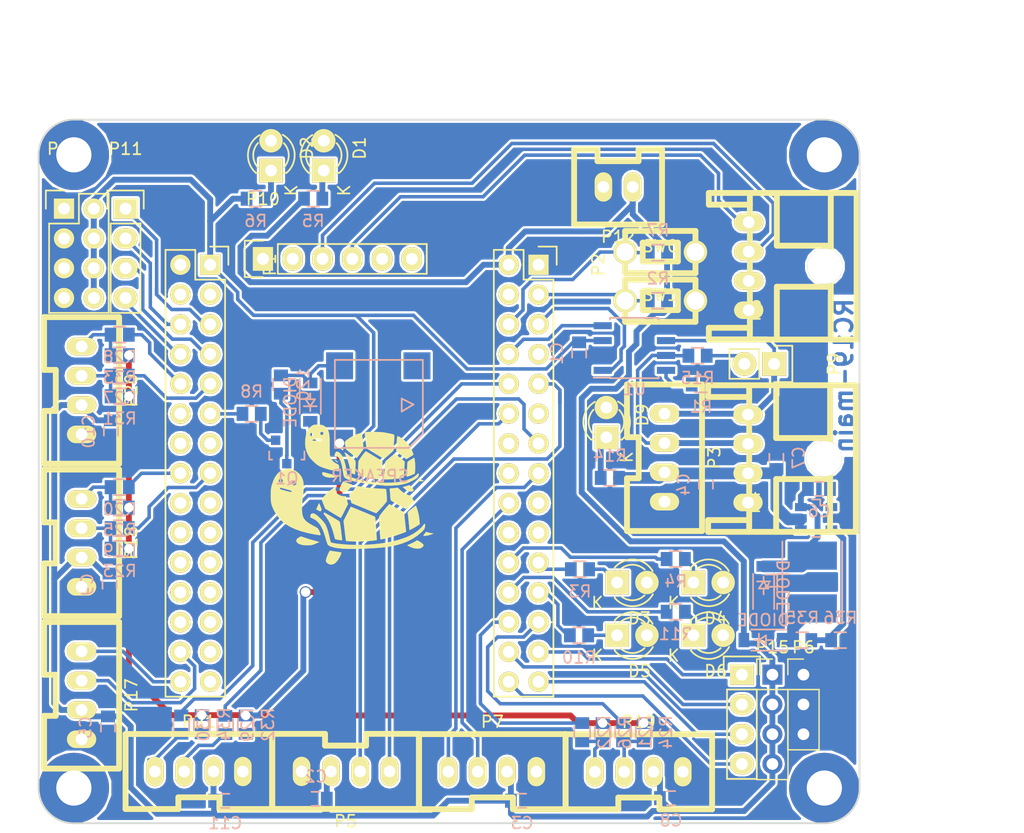
<source format=kicad_pcb>
(kicad_pcb (version 20171130) (host pcbnew "(5.0.2)-1")
  (layers (0 F.Cu signal) (31 B.Cu signal) (34 B.Paste user) (35 F.Paste user) (36 B.SilkS user) (37 F.SilkS user) (38 B.Mask user) (39 F.Mask user) (44 Edge.Cuts user))
  (net 0 "")
  (net 1 +5V)
  (net 2 GND)
  (net 3 "Net-(D1-Pad1)")
  (net 4 "Net-(D2-Pad1)")
  (net 5 +3.3V)
  (net 6 /E6)
  (net 7 /E5)
  (net 8 /C1)
  (net 9 /C0)
  (net 10 /C3)
  (net 11 /C2)
  (net 12 /A1)
  (net 13 /A0)
  (net 14 /A3)
  (net 15 /A2)
  (net 16 /A5)
  (net 17 /A4)
  (net 18 /A7)
  (net 19 /A6)
  (net 20 /C5)
  (net 21 /C4)
  (net 22 /B1)
  (net 23 /B0)
  (net 24 /E9)
  (net 25 /E8)
  (net 26 /E11)
  (net 27 /E10)
  (net 28 /E13)
  (net 29 /E12)
  (net 30 /B10)
  (net 31 /E14)
  (net 32 /B11)
  (net 33 /B13)
  (net 34 /B9)
  (net 35 /B8)
  (net 36 /B7)
  (net 37 /B6)
  (net 38 /B5)
  (net 39 /B4)
  (net 40 /B3)
  (net 41 /D6)
  (net 42 /D5)
  (net 43 /D2)
  (net 44 /C12)
  (net 45 /A15)
  (net 46 /A11)
  (net 47 /A10)
  (net 48 /A9)
  (net 49 /A8)
  (net 50 /C9)
  (net 51 /C8)
  (net 52 /C7)
  (net 53 /C6)
  (net 54 /D15)
  (net 55 /D14)
  (net 56 /D13)
  (net 57 /D12)
  (net 58 /D9)
  (net 59 /D8)
  (net 60 /B14)
  (net 61 /B15)
  (net 62 "Net-(P10-Pad2)")
  (net 63 /CLK)
  (net 64 /DIO)
  (net 65 "Net-(P10-Pad5)")
  (net 66 "Net-(P10-Pad6)")
  (net 67 /CAN_L)
  (net 68 /CAN_H)
  (net 69 +12V)
  (net 70 "Net-(P8-Pad2)")
  (net 71 "Net-(D3-Pad1)")
  (net 72 "Net-(D4-Pad1)")
  (net 73 "Net-(Q1-Pad3)")
  (net 74 "Net-(D5-Pad1)")
  (net 75 "Net-(D6-Pad1)")
  (net 76 "Net-(D9-Pad1)")
  (net 77 "Net-(Q1-Pad1)")
  (net 78 "Net-(P9-Pad2)")
  (net 79 "Net-(R1-Pad1)")
  (net 80 "Net-(D12-Pad1)")
  (net 81 "Net-(C6-Pad1)")
  (net 82 "Net-(C6-Pad2)")
  (net 83 "Net-(D14-Pad1)")
  (net 84 "Net-(P18-Pad4)")
  (net 85 "Net-(P18-Pad3)")
  (net 86 "Net-(P19-Pad4)")
  (net 87 "Net-(P19-Pad3)")
  (net 88 "Net-(P20-Pad4)")
  (net 89 "Net-(P20-Pad3)")
  (net 90 "Net-(P21-Pad4)")
  (net 91 "Net-(P21-Pad3)")
  (net 92 /FB)
  (module Mizz_lib:TSOT-6-MK06A (layer B.Cu) (at 167.39 103.65 270)
    (fp_text reference U3 hide)
    (fp_text value AOZ1280 hide)
    (pad 1 smd rect (at -0.94996 -1.30048 270) (size 0.69088 1.00076) (layers B.Cu B.Paste B.Mask) (net 82 "Net-(C6-Pad2)"))
    (pad 2 smd rect (at 0 -1.30048 270) (size 0.69088 1.00076) (layers B.Cu B.Paste B.Mask) (net 2 GND))
    (pad 3 smd rect (at 0.94996 -1.30048 270) (size 0.69088 1.00076) (layers B.Cu B.Paste B.Mask) (net 92 /FB))
    (pad 4 smd rect (at 0.94996 1.30048 270) (size 0.69088 1.00076) (layers B.Cu B.Paste B.Mask) (net 69 +12V))
    (pad 5 smd rect (at 0 1.30048 270) (size 0.69088 1.00076) (layers B.Cu B.Paste B.Mask) (net 69 +12V))
    (pad 6 smd rect (at -0.94996 1.30048 270) (size 0.69088 1.00076) (layers B.Cu B.Paste B.Mask) (net 81 "Net-(C6-Pad1)"))
  )
  (module RP_KiCAD_Connector:XA_4T (layer F.Cu) (at 148.52 125.27)
    (fp_text reference P19 (at 3.75 -4.25) (layer F.SilkS))
    (fp_text value ENC3)
    (pad 4 thru_hole oval (at 0 0) (size 1.5 2.5) (drill 1) (layers *.Cu *.Mask F.SilkS) (net 86 "Net-(P19-Pad4)"))
    (pad 3 thru_hole oval (at 2.5 0) (size 1.5 2.5) (drill 1) (layers *.Cu *.Mask F.SilkS) (net 87 "Net-(P19-Pad3)"))
    (pad 2 thru_hole oval (at 5 0) (size 1.5 2.5) (drill 1) (layers *.Cu *.Mask F.SilkS) (net 1 +5V))
    (pad 1 thru_hole oval (at 7.5 0) (size 1.5 2.5) (drill 1) (layers *.Cu *.Mask F.SilkS) (net 2 GND))
  )
  (module RP_KiCAD_Connector:XA_4T (layer F.Cu) (at 136.03 125.26)
    (fp_text reference P7 (at 3.75 -4.25) (layer F.SilkS))
    (fp_text value SERIAL2)
    (pad 4 thru_hole oval (at 0 0) (size 1.5 2.5) (drill 1) (layers *.Cu *.Mask F.SilkS) (net 47 /A10))
    (pad 3 thru_hole oval (at 2.5 0) (size 1.5 2.5) (drill 1) (layers *.Cu *.Mask F.SilkS) (net 48 /A9))
    (pad 2 thru_hole oval (at 5 0) (size 1.5 2.5) (drill 1) (layers *.Cu *.Mask F.SilkS) (net 1 +5V))
    (pad 1 thru_hole oval (at 7.5 0) (size 1.5 2.5) (drill 1) (layers *.Cu *.Mask F.SilkS) (net 2 GND))
  )
  (module Capacitors_SMD:C_0603 (layer B.Cu) (at 117 127.75)
    (fp_text reference C11 (at 0 1.9) (layer B.SilkS) (effects (justify mirror)))
    (fp_text value 0.1u)
    (pad 1 smd rect (at -0.95 0) (size 1 1.2) (layers B.Cu B.Paste B.Mask) (net 1 +5V))
    (pad 2 smd rect (at 0.93 0) (size 1 1.2) (layers B.Cu B.Paste B.Mask) (net 2 GND))
  )
  (module RP_KiCAD_Connector:XA_4T (layer F.Cu) (at 104.75 115 270)
    (fp_text reference P17 (at 3.75 -4.25 270) (layer F.SilkS))
    (fp_text value SERIAL0)
    (pad 4 thru_hole oval (at 0 0 270) (size 1.5 2.5) (drill 1) (layers *.Cu *.Mask F.SilkS) (net 32 /B11))
    (pad 3 thru_hole oval (at 2.5 0 270) (size 1.5 2.5) (drill 1) (layers *.Cu *.Mask F.SilkS) (net 30 /B10))
    (pad 2 thru_hole oval (at 5 0 270) (size 1.5 2.5) (drill 1) (layers *.Cu *.Mask F.SilkS) (net 1 +5V))
    (pad 1 thru_hole oval (at 7.5 0 270) (size 1.5 2.5) (drill 1) (layers *.Cu *.Mask F.SilkS) (net 2 GND))
  )
  (module RP_KiCAD_Connector:XA_4T (layer F.Cu) (at 104.75 102 270)
    (fp_text reference P18 (at 3.75 -4.25 270) (layer F.SilkS))
    (fp_text value ENC2)
    (pad 4 thru_hole oval (at 0 0 270) (size 1.5 2.5) (drill 1) (layers *.Cu *.Mask F.SilkS) (net 84 "Net-(P18-Pad4)"))
    (pad 3 thru_hole oval (at 2.5 0 270) (size 1.5 2.5) (drill 1) (layers *.Cu *.Mask F.SilkS) (net 85 "Net-(P18-Pad3)"))
    (pad 2 thru_hole oval (at 5 0 270) (size 1.5 2.5) (drill 1) (layers *.Cu *.Mask F.SilkS) (net 1 +5V))
    (pad 1 thru_hole oval (at 7.5 0 270) (size 1.5 2.5) (drill 1) (layers *.Cu *.Mask F.SilkS) (net 2 GND))
  )
  (module Resistors_SMD:R_0603 (layer B.Cu) (at 108 104.5)
    (fp_text reference R19 (at 0 1.9) (layer B.SilkS) (effects (justify mirror)))
    (fp_text value 100)
    (pad 1 smd rect (at -0.78 0) (size 1 1.2) (layers B.Cu B.Paste B.Mask) (net 85 "Net-(P18-Pad3)"))
    (pad 2 smd rect (at 0.78 0) (size 1 1.2) (layers B.Cu B.Paste B.Mask) (net 19 /A6))
  )
  (module Resistors_SMD:R_0603 (layer B.Cu) (at 108 106.25)
    (fp_text reference R23 (at 0 1.9) (layer B.SilkS) (effects (justify mirror)))
    (fp_text value 1k)
    (pad 1 smd rect (at -0.78 0) (size 1 1.2) (layers B.Cu B.Paste B.Mask) (net 85 "Net-(P18-Pad3)"))
    (pad 2 smd rect (at 0.78 0) (size 1 1.2) (layers B.Cu B.Paste B.Mask) (net 5 +3.3V))
  )
  (module Resistors_SMD:R_0603 (layer B.Cu) (at 113.25 121.25 90)
    (fp_text reference R30 (at 0 1.9 90) (layer B.SilkS) (effects (justify mirror)))
    (fp_text value 100)
    (pad 1 smd rect (at -0.78 0 90) (size 1 1.2) (layers B.Cu B.Paste B.Mask) (net 90 "Net-(P21-Pad4)"))
    (pad 2 smd rect (at 0.78 0 90) (size 1 1.2) (layers B.Cu B.Paste B.Mask) (net 40 /B3))
  )
  (module TO_SOT_Packages_SMD:SOT-23 (layer B.Cu) (at 122.25 98)
    (fp_text reference Q1 (at 0 2.25) (layer B.SilkS) (effects (justify mirror)))
    (fp_text value NPN)
    (pad 1 smd rect (at -0.95 -1.00076) (size 0.8001 0.8001) (layers B.Cu B.Paste B.Mask) (net 77 "Net-(Q1-Pad1)"))
    (pad 2 smd rect (at 0.95 -1.00076) (size 0.8001 0.8001) (layers B.Cu B.Paste B.Mask) (net 2 GND))
    (pad 3 smd rect (at 0 0.99822) (size 0.8001 0.8001) (layers B.Cu B.Paste B.Mask) (net 73 "Net-(Q1-Pad3)"))
  )
  (module Mizz_lib:SOD-123 (layer B.Cu) (at 162.91 109.39 90)
    (fp_text reference D13)
    (fp_text value DIODE (at 0 1.7 90) (layer B.SilkS) (effects (justify mirror)))
    (pad 2 smd rect (at 1.635 0 90) (size 0.91 1.22) (layers B.Cu B.Paste B.Mask) (net 81 "Net-(C6-Pad1)"))
    (pad 1 smd rect (at -1.635 0 90) (size 0.91 1.22) (layers B.Cu B.Paste B.Mask) (net 2 GND))
  )
  (module Capacitors_SMD:C_0603 (layer B.Cu) (at 167.64 101.15)
    (fp_text reference C6 (at 0 1.9) (layer B.SilkS) (effects (justify mirror)))
    (fp_text value 0.1u)
    (pad 1 smd rect (at -0.95 0) (size 1 1.2) (layers B.Cu B.Paste B.Mask) (net 81 "Net-(C6-Pad1)"))
    (pad 2 smd rect (at 0.93 0) (size 1 1.2) (layers B.Cu B.Paste B.Mask) (net 82 "Net-(C6-Pad2)"))
  )
  (module Resistors_SMD:R_0603 (layer B.Cu) (at 169.45 114.05 180)
    (fp_text reference R36 (at 0 1.9 180) (layer B.SilkS) (effects (justify mirror)))
    (fp_text value 10k)
    (pad 1 smd rect (at -0.78 0 180) (size 1 1.2) (layers B.Cu B.Paste B.Mask) (net 2 GND))
    (pad 2 smd rect (at 0.78 0 180) (size 1 1.2) (layers B.Cu B.Paste B.Mask) (net 92 /FB))
  )
  (module Resistors_SMD:R_0603 (layer B.Cu) (at 147.25 108)
    (fp_text reference R3 (at 0 1.9) (layer B.SilkS) (effects (justify mirror)))
    (fp_text value 330)
    (pad 1 smd rect (at -0.78 0) (size 1 1.2) (layers B.Cu B.Paste B.Mask) (net 53 /C6))
    (pad 2 smd rect (at 0.78 0) (size 1 1.2) (layers B.Cu B.Paste B.Mask) (net 71 "Net-(D3-Pad1)"))
  )
  (module Pin_Headers:Pin_Header_Straight_1x04 (layer F.Cu) (at 108.5 77.25)
    (fp_text reference P11 (at 0 -5.1) (layer F.SilkS))
    (fp_text value ADC)
    (pad 1 thru_hole rect (at 0 0) (size 2.032 1.7272) (drill 1.016) (layers *.Cu *.Mask F.SilkS) (net 9 /C0))
    (pad 2 thru_hole oval (at 0 2.54) (size 2.032 1.7272) (drill 1.016) (layers *.Cu *.Mask F.SilkS) (net 8 /C1))
    (pad 3 thru_hole oval (at 0 5.08) (size 2.032 1.7272) (drill 1.016) (layers *.Cu *.Mask F.SilkS) (net 11 /C2))
    (pad 4 thru_hole oval (at 0 7.62) (size 2.032 1.7272) (drill 1.016) (layers *.Cu *.Mask F.SilkS) (net 10 /C3))
  )
  (module Pin_Headers:Pin_Header_Straight_1x02 (layer F.Cu) (at 163.81 90.49 270)
    (fp_text reference P9 (at 0 -5.1 270) (layer F.SilkS))
    (fp_text value CAN_JP)
    (pad 1 thru_hole rect (at 0 0 270) (size 2.032 2.032) (drill 1.016) (layers *.Cu *.Mask F.SilkS) (net 67 /CAN_L))
    (pad 2 thru_hole oval (at 0 2.54 270) (size 2.032 2.032) (drill 1.016) (layers *.Cu *.Mask F.SilkS) (net 78 "Net-(P9-Pad2)"))
  )
  (module Socket_Strips:Socket_Strip_Straight_2x15 (layer F.Cu) (at 115.715 82.035 270)
    (fp_text reference P1 (at 0 -5.1 270) (layer F.SilkS))
    (fp_text value CONN_02X15)
    (pad 1 thru_hole rect (at 0 0 270) (size 1.7272 1.7272) (drill 1.016) (layers *.Cu *.Mask F.SilkS) (net 5 +3.3V))
    (pad 2 thru_hole oval (at 0 2.54 270) (size 1.7272 1.7272) (drill 1.016) (layers *.Cu *.Mask F.SilkS) (net 2 GND))
    (pad 3 thru_hole oval (at 2.54 0 270) (size 1.7272 1.7272) (drill 1.016) (layers *.Cu *.Mask F.SilkS) (net 7 /E5))
    (pad 4 thru_hole oval (at 2.54 2.54 270) (size 1.7272 1.7272) (drill 1.016) (layers *.Cu *.Mask F.SilkS) (net 6 /E6))
    (pad 5 thru_hole oval (at 5.08 0 270) (size 1.7272 1.7272) (drill 1.016) (layers *.Cu *.Mask F.SilkS) (net 9 /C0))
    (pad 6 thru_hole oval (at 5.08 2.54 270) (size 1.7272 1.7272) (drill 1.016) (layers *.Cu *.Mask F.SilkS) (net 8 /C1))
    (pad 7 thru_hole oval (at 7.62 0 270) (size 1.7272 1.7272) (drill 1.016) (layers *.Cu *.Mask F.SilkS) (net 11 /C2))
    (pad 8 thru_hole oval (at 7.62 2.54 270) (size 1.7272 1.7272) (drill 1.016) (layers *.Cu *.Mask F.SilkS) (net 10 /C3))
    (pad 9 thru_hole oval (at 10.16 0 270) (size 1.7272 1.7272) (drill 1.016) (layers *.Cu *.Mask F.SilkS) (net 13 /A0))
    (pad 10 thru_hole oval (at 10.16 2.54 270) (size 1.7272 1.7272) (drill 1.016) (layers *.Cu *.Mask F.SilkS) (net 12 /A1))
    (pad 11 thru_hole oval (at 12.7 0 270) (size 1.7272 1.7272) (drill 1.016) (layers *.Cu *.Mask F.SilkS) (net 15 /A2))
    (pad 12 thru_hole oval (at 12.7 2.54 270) (size 1.7272 1.7272) (drill 1.016) (layers *.Cu *.Mask F.SilkS) (net 14 /A3))
    (pad 13 thru_hole oval (at 15.24 0 270) (size 1.7272 1.7272) (drill 1.016) (layers *.Cu *.Mask F.SilkS) (net 17 /A4))
    (pad 14 thru_hole oval (at 15.24 2.54 270) (size 1.7272 1.7272) (drill 1.016) (layers *.Cu *.Mask F.SilkS) (net 16 /A5))
    (pad 15 thru_hole oval (at 17.78 0 270) (size 1.7272 1.7272) (drill 1.016) (layers *.Cu *.Mask F.SilkS) (net 19 /A6))
    (pad 16 thru_hole oval (at 17.78 2.54 270) (size 1.7272 1.7272) (drill 1.016) (layers *.Cu *.Mask F.SilkS) (net 18 /A7))
    (pad 17 thru_hole oval (at 20.32 0 270) (size 1.7272 1.7272) (drill 1.016) (layers *.Cu *.Mask F.SilkS) (net 21 /C4))
    (pad 18 thru_hole oval (at 20.32 2.54 270) (size 1.7272 1.7272) (drill 1.016) (layers *.Cu *.Mask F.SilkS) (net 20 /C5))
    (pad 19 thru_hole oval (at 22.86 0 270) (size 1.7272 1.7272) (drill 1.016) (layers *.Cu *.Mask F.SilkS) (net 23 /B0))
    (pad 20 thru_hole oval (at 22.86 2.54 270) (size 1.7272 1.7272) (drill 1.016) (layers *.Cu *.Mask F.SilkS) (net 22 /B1))
    (pad 21 thru_hole oval (at 25.4 0 270) (size 1.7272 1.7272) (drill 1.016) (layers *.Cu *.Mask F.SilkS) (net 25 /E8))
    (pad 22 thru_hole oval (at 25.4 2.54 270) (size 1.7272 1.7272) (drill 1.016) (layers *.Cu *.Mask F.SilkS) (net 24 /E9))
    (pad 23 thru_hole oval (at 27.94 0 270) (size 1.7272 1.7272) (drill 1.016) (layers *.Cu *.Mask F.SilkS) (net 27 /E10))
    (pad 24 thru_hole oval (at 27.94 2.54 270) (size 1.7272 1.7272) (drill 1.016) (layers *.Cu *.Mask F.SilkS) (net 26 /E11))
    (pad 25 thru_hole oval (at 30.48 0 270) (size 1.7272 1.7272) (drill 1.016) (layers *.Cu *.Mask F.SilkS) (net 29 /E12))
    (pad 26 thru_hole oval (at 30.48 2.54 270) (size 1.7272 1.7272) (drill 1.016) (layers *.Cu *.Mask F.SilkS) (net 28 /E13))
    (pad 27 thru_hole oval (at 33.02 0 270) (size 1.7272 1.7272) (drill 1.016) (layers *.Cu *.Mask F.SilkS) (net 31 /E14))
    (pad 28 thru_hole oval (at 33.02 2.54 270) (size 1.7272 1.7272) (drill 1.016) (layers *.Cu *.Mask F.SilkS) (net 30 /B10))
    (pad 29 thru_hole oval (at 35.56 0 270) (size 1.7272 1.7272) (drill 1.016) (layers *.Cu *.Mask F.SilkS) (net 33 /B13))
    (pad 30 thru_hole oval (at 35.56 2.54 270) (size 1.7272 1.7272) (drill 1.016) (layers *.Cu *.Mask F.SilkS) (net 32 /B11))
  )
  (module Capacitors_SMD:C_0603 (layer B.Cu) (at 147.18 89.6 270)
    (fp_text reference C1 (at 0 1.9 270) (layer B.SilkS) (effects (justify mirror)))
    (fp_text value 0.1u)
    (pad 1 smd rect (at -0.95 0 270) (size 1 1.2) (layers B.Cu B.Paste B.Mask) (net 5 +3.3V))
    (pad 2 smd rect (at 0.93 0 270) (size 1 1.2) (layers B.Cu B.Paste B.Mask) (net 2 GND))
  )
  (module Capacitors_SMD:C_0603 (layer B.Cu) (at 142.31 127.74)
    (fp_text reference C3 (at 0 1.9) (layer B.SilkS) (effects (justify mirror)))
    (fp_text value 0.1u)
    (pad 1 smd rect (at -0.95 0) (size 1 1.2) (layers B.Cu B.Paste B.Mask) (net 1 +5V))
    (pad 2 smd rect (at 0.93 0) (size 1 1.2) (layers B.Cu B.Paste B.Mask) (net 2 GND))
  )
  (module RP_KiCAD_Connector:XA_4T (layer F.Cu) (at 154.46 94.74 270)
    (fp_text reference P3 (at 3.75 -4.25 270) (layer F.SilkS))
    (fp_text value CAN)
    (pad 4 thru_hole oval (at 0 0 270) (size 1.5 2.5) (drill 1) (layers *.Cu *.Mask F.SilkS) (net 67 /CAN_L))
    (pad 3 thru_hole oval (at 2.5 0 270) (size 1.5 2.5) (drill 1) (layers *.Cu *.Mask F.SilkS) (net 68 /CAN_H))
    (pad 2 thru_hole oval (at 5 0 270) (size 1.5 2.5) (drill 1) (layers *.Cu *.Mask F.SilkS) (net 69 +12V))
    (pad 1 thru_hole oval (at 7.5 0 270) (size 1.5 2.5) (drill 1) (layers *.Cu *.Mask F.SilkS) (net 2 GND))
  )
  (module RP_KiCAD_Connector:XA_2T (layer F.Cu) (at 151.75 75.4 180)
    (fp_text reference P12 (at 1.25 -4.25 180) (layer F.SilkS))
    (fp_text value 5V_in)
    (pad 2 thru_hole oval (at 0 0 180) (size 1.5 2.5) (drill 1) (layers *.Cu *.Mask F.SilkS) (net 1 +5V))
    (pad 1 thru_hole oval (at 2.5 0 180) (size 1.5 2.5) (drill 1) (layers *.Cu *.Mask F.SilkS) (net 2 GND))
  )
  (module Resistors_SMD:R_0603 (layer B.Cu) (at 124.5 76.4)
    (fp_text reference R5 (at 0 1.9) (layer B.SilkS) (effects (justify mirror)))
    (fp_text value 510)
    (pad 1 smd rect (at -0.78 0) (size 1 1.2) (layers B.Cu B.Paste B.Mask) (net 1 +5V))
    (pad 2 smd rect (at 0.78 0) (size 1 1.2) (layers B.Cu B.Paste B.Mask) (net 3 "Net-(D1-Pad1)"))
  )
  (module Resistors_SMD:R_0603 (layer B.Cu) (at 119.6 76.4)
    (fp_text reference R6 (at 0 1.9) (layer B.SilkS) (effects (justify mirror)))
    (fp_text value 330)
    (pad 1 smd rect (at -0.78 0) (size 1 1.2) (layers B.Cu B.Paste B.Mask) (net 5 +3.3V))
    (pad 2 smd rect (at 0.78 0) (size 1 1.2) (layers B.Cu B.Paste B.Mask) (net 4 "Net-(D2-Pad1)"))
  )
  (module LEDs:LED-3MM (layer F.Cu) (at 125.4 74 90)
    (fp_text reference D1 (at 1.91 3.06 90) (layer F.SilkS))
    (fp_text value LED)
    (fp_text user K (at -1.69 1.74 90) (layer F.SilkS))
    (pad 1 thru_hole rect (at 0 0 180) (size 2 2) (drill 1.00076) (layers *.Cu *.Mask F.SilkS) (net 3 "Net-(D1-Pad1)"))
    (pad 2 thru_hole circle (at 2.54 0 90) (size 2 2) (drill 1.00076) (layers *.Cu *.Mask F.SilkS) (net 2 GND))
  )
  (module LEDs:LED-3MM (layer F.Cu) (at 120.9 74 90)
    (fp_text reference D2 (at 1.91 3.06 90) (layer F.SilkS))
    (fp_text value LED)
    (fp_text user K (at -1.69 1.74 90) (layer F.SilkS))
    (pad 1 thru_hole rect (at 0 0 180) (size 2 2) (drill 1.00076) (layers *.Cu *.Mask F.SilkS) (net 4 "Net-(D2-Pad1)"))
    (pad 2 thru_hole circle (at 2.54 0 90) (size 2 2) (drill 1.00076) (layers *.Cu *.Mask F.SilkS) (net 2 GND))
  )
  (module Socket_Strips:Socket_Strip_Straight_2x15 (layer F.Cu) (at 143.715 82.035 270)
    (fp_text reference P2 (at 0 -5.1 270) (layer F.SilkS))
    (fp_text value CONN_02X15)
    (pad 1 thru_hole rect (at 0 0 270) (size 1.7272 1.7272) (drill 1.016) (layers *.Cu *.Mask F.SilkS) (net 2 GND))
    (pad 2 thru_hole oval (at 0 2.54 270) (size 1.7272 1.7272) (drill 1.016) (layers *.Cu *.Mask F.SilkS) (net 1 +5V))
    (pad 3 thru_hole oval (at 2.54 0 270) (size 1.7272 1.7272) (drill 1.016) (layers *.Cu *.Mask F.SilkS) (net 35 /B8))
    (pad 4 thru_hole oval (at 2.54 2.54 270) (size 1.7272 1.7272) (drill 1.016) (layers *.Cu *.Mask F.SilkS) (net 34 /B9))
    (pad 5 thru_hole oval (at 5.08 0 270) (size 1.7272 1.7272) (drill 1.016) (layers *.Cu *.Mask F.SilkS) (net 37 /B6))
    (pad 6 thru_hole oval (at 5.08 2.54 270) (size 1.7272 1.7272) (drill 1.016) (layers *.Cu *.Mask F.SilkS) (net 36 /B7))
    (pad 7 thru_hole oval (at 7.62 0 270) (size 1.7272 1.7272) (drill 1.016) (layers *.Cu *.Mask F.SilkS) (net 39 /B4))
    (pad 8 thru_hole oval (at 7.62 2.54 270) (size 1.7272 1.7272) (drill 1.016) (layers *.Cu *.Mask F.SilkS) (net 38 /B5))
    (pad 9 thru_hole oval (at 10.16 0 270) (size 1.7272 1.7272) (drill 1.016) (layers *.Cu *.Mask F.SilkS) (net 41 /D6))
    (pad 10 thru_hole oval (at 10.16 2.54 270) (size 1.7272 1.7272) (drill 1.016) (layers *.Cu *.Mask F.SilkS) (net 40 /B3))
    (pad 11 thru_hole oval (at 12.7 0 270) (size 1.7272 1.7272) (drill 1.016) (layers *.Cu *.Mask F.SilkS) (net 43 /D2))
    (pad 12 thru_hole oval (at 12.7 2.54 270) (size 1.7272 1.7272) (drill 1.016) (layers *.Cu *.Mask F.SilkS) (net 42 /D5))
    (pad 13 thru_hole oval (at 15.24 0 270) (size 1.7272 1.7272) (drill 1.016) (layers *.Cu *.Mask F.SilkS) (net 45 /A15))
    (pad 14 thru_hole oval (at 15.24 2.54 270) (size 1.7272 1.7272) (drill 1.016) (layers *.Cu *.Mask F.SilkS) (net 44 /C12))
    (pad 15 thru_hole oval (at 17.78 0 270) (size 1.7272 1.7272) (drill 1.016) (layers *.Cu *.Mask F.SilkS) (net 47 /A10))
    (pad 16 thru_hole oval (at 17.78 2.54 270) (size 1.7272 1.7272) (drill 1.016) (layers *.Cu *.Mask F.SilkS) (net 46 /A11))
    (pad 17 thru_hole oval (at 20.32 0 270) (size 1.7272 1.7272) (drill 1.016) (layers *.Cu *.Mask F.SilkS) (net 49 /A8))
    (pad 18 thru_hole oval (at 20.32 2.54 270) (size 1.7272 1.7272) (drill 1.016) (layers *.Cu *.Mask F.SilkS) (net 48 /A9))
    (pad 19 thru_hole oval (at 22.86 0 270) (size 1.7272 1.7272) (drill 1.016) (layers *.Cu *.Mask F.SilkS) (net 51 /C8))
    (pad 20 thru_hole oval (at 22.86 2.54 270) (size 1.7272 1.7272) (drill 1.016) (layers *.Cu *.Mask F.SilkS) (net 50 /C9))
    (pad 21 thru_hole oval (at 25.4 0 270) (size 1.7272 1.7272) (drill 1.016) (layers *.Cu *.Mask F.SilkS) (net 53 /C6))
    (pad 22 thru_hole oval (at 25.4 2.54 270) (size 1.7272 1.7272) (drill 1.016) (layers *.Cu *.Mask F.SilkS) (net 52 /C7))
    (pad 23 thru_hole oval (at 27.94 0 270) (size 1.7272 1.7272) (drill 1.016) (layers *.Cu *.Mask F.SilkS) (net 55 /D14))
    (pad 24 thru_hole oval (at 27.94 2.54 270) (size 1.7272 1.7272) (drill 1.016) (layers *.Cu *.Mask F.SilkS) (net 54 /D15))
    (pad 25 thru_hole oval (at 30.48 0 270) (size 1.7272 1.7272) (drill 1.016) (layers *.Cu *.Mask F.SilkS) (net 57 /D12))
    (pad 26 thru_hole oval (at 30.48 2.54 270) (size 1.7272 1.7272) (drill 1.016) (layers *.Cu *.Mask F.SilkS) (net 56 /D13))
    (pad 27 thru_hole oval (at 33.02 0 270) (size 1.7272 1.7272) (drill 1.016) (layers *.Cu *.Mask F.SilkS) (net 59 /D8))
    (pad 28 thru_hole oval (at 33.02 2.54 270) (size 1.7272 1.7272) (drill 1.016) (layers *.Cu *.Mask F.SilkS) (net 58 /D9))
    (pad 29 thru_hole oval (at 35.56 0 270) (size 1.7272 1.7272) (drill 1.016) (layers *.Cu *.Mask F.SilkS) (net 61 /B15))
    (pad 30 thru_hole oval (at 35.56 2.54 270) (size 1.7272 1.7272) (drill 1.016) (layers *.Cu *.Mask F.SilkS) (net 60 /B14))
  )
  (module Socket_Strips:Socket_Strip_Straight_1x06 (layer F.Cu) (at 120.215 81.535)
    (fp_text reference P10 (at 0 -5.1) (layer F.SilkS))
    (fp_text value WRITING)
    (pad 1 thru_hole rect (at 0 0) (size 1.7272 2.032) (drill 1.016) (layers *.Cu *.Mask F.SilkS) (net 2 GND))
    (pad 2 thru_hole oval (at 2.54 0) (size 1.7272 2.032) (drill 1.016) (layers *.Cu *.Mask F.SilkS) (net 62 "Net-(P10-Pad2)"))
    (pad 3 thru_hole oval (at 5.08 0) (size 1.7272 2.032) (drill 1.016) (layers *.Cu *.Mask F.SilkS) (net 63 /CLK))
    (pad 4 thru_hole oval (at 7.62 0) (size 1.7272 2.032) (drill 1.016) (layers *.Cu *.Mask F.SilkS) (net 64 /DIO))
    (pad 5 thru_hole oval (at 10.16 0) (size 1.7272 2.032) (drill 1.016) (layers *.Cu *.Mask F.SilkS) (net 65 "Net-(P10-Pad5)"))
    (pad 6 thru_hole oval (at 12.7 0) (size 1.7272 2.032) (drill 1.016) (layers *.Cu *.Mask F.SilkS) (net 66 "Net-(P10-Pad6)"))
  )
  (module RP_KiCAD_Connector:XA_4LC (layer F.Cu) (at 161.58 102.31 90)
    (fp_text reference P4 (at 0 0.5 90) (layer F.SilkS))
    (fp_text value CAN)
    (pad 1 thru_hole oval (at 0 0 90) (size 1.5 2.5) (drill 1) (layers *.Cu *.Mask F.SilkS) (net 2 GND))
    (pad 2 thru_hole oval (at 2.5 0 90) (size 1.5 2.5) (drill 1) (layers *.Cu *.Mask F.SilkS) (net 69 +12V))
    (pad 3 thru_hole oval (at 5 0 90) (size 1.5 2.5) (drill 1) (layers *.Cu *.Mask F.SilkS) (net 68 /CAN_H))
    (pad 4 thru_hole oval (at 7.5 0 90) (size 1.5 2.5) (drill 1) (layers *.Cu *.Mask F.SilkS) (net 67 /CAN_L))
    (pad "" thru_hole circle (at 3.75 6.5 90) (size 3 3) (drill 3) (layers *.Cu *.Mask F.SilkS) (clearance -0.3))
  )
  (module RP_KiCAD_Connector:XA_4LC (layer F.Cu) (at 161.64 85.91 90)
    (fp_text reference P8 (at 0 0.5 90) (layer F.SilkS))
    (fp_text value WRITING_IN)
    (pad 1 thru_hole oval (at 0 0 90) (size 1.5 2.5) (drill 1) (layers *.Cu *.Mask F.SilkS) (net 2 GND))
    (pad 2 thru_hole oval (at 2.5 0 90) (size 1.5 2.5) (drill 1) (layers *.Cu *.Mask F.SilkS) (net 70 "Net-(P8-Pad2)"))
    (pad 3 thru_hole oval (at 5 0 90) (size 1.5 2.5) (drill 1) (layers *.Cu *.Mask F.SilkS) (net 63 /CLK))
    (pad 4 thru_hole oval (at 7.5 0 90) (size 1.5 2.5) (drill 1) (layers *.Cu *.Mask F.SilkS) (net 64 /DIO))
    (pad "" thru_hole circle (at 3.75 6.5 90) (size 3 3) (drill 3) (layers *.Cu *.Mask F.SilkS) (clearance -0.3))
  )
  (module Housings_SOIC:SOIC-8_3.9x4.9mm_Pitch1.27mm (layer B.Cu) (at 151.89 89.135)
    (fp_text reference U1 (at 0 3.5) (layer B.SilkS) (effects (justify mirror)))
    (fp_text value MAX3051)
    (pad 1 smd rect (at -2.7 1.905) (size 1.55 0.6) (layers B.Cu B.Paste B.Mask) (net 37 /B6))
    (pad 2 smd rect (at -2.7 0.635) (size 1.55 0.6) (layers B.Cu B.Paste B.Mask) (net 2 GND))
    (pad 3 smd rect (at -2.7 -0.635) (size 1.55 0.6) (layers B.Cu B.Paste B.Mask) (net 5 +3.3V))
    (pad 4 smd rect (at -2.7 -1.905) (size 1.55 0.6) (layers B.Cu B.Paste B.Mask) (net 38 /B5))
    (pad 5 smd rect (at 2.7 -1.905) (size 1.55 0.6) (layers B.Cu B.Paste B.Mask) (net 2 GND))
    (pad 6 smd rect (at 2.7 -0.635) (size 1.55 0.6) (layers B.Cu B.Paste B.Mask) (net 67 /CAN_L))
    (pad 7 smd rect (at 2.7 0.635) (size 1.55 0.6) (layers B.Cu B.Paste B.Mask) (net 68 /CAN_H))
    (pad 8 smd rect (at 2.7 1.905) (size 1.55 0.6) (layers B.Cu B.Paste B.Mask) (net 79 "Net-(R1-Pad1)"))
  )
  (module Capacitors_SMD:C_0603 (layer B.Cu) (at 157.99 100.78 270)
    (fp_text reference C4 (at 0 1.9 270) (layer B.SilkS) (effects (justify mirror)))
    (fp_text value 0.1u)
    (pad 1 smd rect (at -0.95 0 270) (size 1 1.2) (layers B.Cu B.Paste B.Mask) (net 69 +12V))
    (pad 2 smd rect (at 0.93 0 270) (size 1 1.2) (layers B.Cu B.Paste B.Mask) (net 2 GND))
  )
  (module LEDs:LED-3MM (layer F.Cu) (at 150.42 109.13)
    (fp_text reference D3 (at 1.91 3.06) (layer F.SilkS))
    (fp_text value LED)
    (fp_text user K (at -1.69 1.74) (layer F.SilkS))
    (pad 1 thru_hole rect (at 0 0 90) (size 2 2) (drill 1.00076) (layers *.Cu *.Mask F.SilkS) (net 71 "Net-(D3-Pad1)"))
    (pad 2 thru_hole circle (at 2.54 0) (size 2 2) (drill 1.00076) (layers *.Cu *.Mask F.SilkS) (net 2 GND))
  )
  (module LEDs:LED-3MM (layer F.Cu) (at 156.92 109.13)
    (fp_text reference D4 (at 1.91 3.06) (layer F.SilkS))
    (fp_text value LED)
    (fp_text user K (at -1.69 1.74) (layer F.SilkS))
    (pad 1 thru_hole rect (at 0 0 90) (size 2 2) (drill 1.00076) (layers *.Cu *.Mask F.SilkS) (net 72 "Net-(D4-Pad1)"))
    (pad 2 thru_hole circle (at 2.54 0) (size 2 2) (drill 1.00076) (layers *.Cu *.Mask F.SilkS) (net 2 GND))
  )
  (module Resistors_SMD:R_0603 (layer B.Cu) (at 155.42 107.13)
    (fp_text reference R4 (at 0 1.9) (layer B.SilkS) (effects (justify mirror)))
    (fp_text value 330)
    (pad 1 smd rect (at -0.78 0) (size 1 1.2) (layers B.Cu B.Paste B.Mask) (net 52 /C7))
    (pad 2 smd rect (at 0.78 0) (size 1 1.2) (layers B.Cu B.Paste B.Mask) (net 72 "Net-(D4-Pad1)"))
  )
  (module Resistors_SMD:R_0603 (layer B.Cu) (at 153.9 81 180)
    (fp_text reference R7 (at 0 1.9 180) (layer B.SilkS) (effects (justify mirror)))
    (fp_text value 10k)
    (pad 1 smd rect (at -0.78 0 180) (size 1 1.2) (layers B.Cu B.Paste B.Mask) (net 1 +5V))
    (pad 2 smd rect (at 0.78 0 180) (size 1 1.2) (layers B.Cu B.Paste B.Mask) (net 36 /B7))
  )
  (module Resistors_SMD:R_0603 (layer B.Cu) (at 119.25 94.75 180)
    (fp_text reference R8 (at 0 1.9 180) (layer B.SilkS) (effects (justify mirror)))
    (fp_text value 10)
    (pad 1 smd rect (at -0.78 0 180) (size 1 1.2) (layers B.Cu B.Paste B.Mask) (net 77 "Net-(Q1-Pad1)"))
    (pad 2 smd rect (at 0.78 0 180) (size 1 1.2) (layers B.Cu B.Paste B.Mask) (net 15 /A2))
  )
  (module Resistors_SMD:R_0603 (layer B.Cu) (at 121.75 92.25 270)
    (fp_text reference R9 hide)
    (fp_text value 120 (at 0 -1.9 270) (layer B.SilkS) (effects (justify mirror)))
    (pad 1 smd rect (at -0.78 0 270) (size 1 1.2) (layers B.Cu B.Paste B.Mask) (net 80 "Net-(D12-Pad1)"))
    (pad 2 smd rect (at 0.78 0 270) (size 1 1.2) (layers B.Cu B.Paste B.Mask) (net 73 "Net-(Q1-Pad3)"))
  )
  (module Mizz_lib:UGCT7525AN4 (layer B.Cu) (at 129.75 94.25)
    (fp_text reference SP1 hide)
    (fp_text value SPEAKER (at -0.4 5.8) (layer B.SilkS) (effects (justify mirror)))
    (pad 1 smd rect (at -3 3) (size 2.3 2.3) (layers B.Cu B.Paste B.Mask) (net 5 +3.3V))
    (pad 2 smd rect (at -3 -3.6) (size 2.3 2.3) (layers B.Cu B.Paste B.Mask) (net 80 "Net-(D12-Pad1)"))
    (pad 3 smd rect (at 3.6 -3.6) (size 2.3 2.3) (layers B.Cu B.Paste B.Mask))
  )
  (module LEDs:LED-3MM (layer F.Cu) (at 150.42 113.63)
    (fp_text reference D5 (at 1.91 3.06) (layer F.SilkS))
    (fp_text value LED)
    (fp_text user K (at -1.69 1.74) (layer F.SilkS))
    (pad 1 thru_hole rect (at 0 0 90) (size 2 2) (drill 1.00076) (layers *.Cu *.Mask F.SilkS) (net 74 "Net-(D5-Pad1)"))
    (pad 2 thru_hole circle (at 2.54 0) (size 2 2) (drill 1.00076) (layers *.Cu *.Mask F.SilkS) (net 2 GND))
  )
  (module Resistors_SMD:R_0603 (layer B.Cu) (at 147.17 113.63)
    (fp_text reference R10 (at 0 1.9) (layer B.SilkS) (effects (justify mirror)))
    (fp_text value 330)
    (pad 1 smd rect (at -0.78 0) (size 1 1.2) (layers B.Cu B.Paste B.Mask) (net 55 /D14))
    (pad 2 smd rect (at 0.78 0) (size 1 1.2) (layers B.Cu B.Paste B.Mask) (net 74 "Net-(D5-Pad1)"))
  )
  (module LEDs:LED-3MM (layer F.Cu) (at 149.5 96.75 90)
    (fp_text reference D9 (at 1.91 3.06 90) (layer F.SilkS))
    (fp_text value LED)
    (fp_text user K (at -1.69 1.74 90) (layer F.SilkS))
    (pad 1 thru_hole rect (at 0 0 180) (size 2 2) (drill 1.00076) (layers *.Cu *.Mask F.SilkS) (net 76 "Net-(D9-Pad1)"))
    (pad 2 thru_hole circle (at 2.54 0 90) (size 2 2) (drill 1.00076) (layers *.Cu *.Mask F.SilkS) (net 2 GND))
  )
  (module Resistors_SMD:R_0603 (layer B.Cu) (at 149.8 100.21 180)
    (fp_text reference R14 (at 0 1.9 180) (layer B.SilkS) (effects (justify mirror)))
    (fp_text value 1.2k)
    (pad 1 smd rect (at -0.78 0 180) (size 1 1.2) (layers B.Cu B.Paste B.Mask) (net 69 +12V))
    (pad 2 smd rect (at 0.78 0 180) (size 1 1.2) (layers B.Cu B.Paste B.Mask) (net 76 "Net-(D9-Pad1)"))
  )
  (module Resistors_SMD:R_0603 (layer B.Cu) (at 157.28 89.79)
    (fp_text reference R15 (at 0 1.9) (layer B.SilkS) (effects (justify mirror)))
    (fp_text value 120)
    (pad 1 smd rect (at -0.78 0) (size 1 1.2) (layers B.Cu B.Paste B.Mask) (net 68 /CAN_H))
    (pad 2 smd rect (at 0.78 0) (size 1 1.2) (layers B.Cu B.Paste B.Mask) (net 78 "Net-(P9-Pad2)"))
  )
  (module Resistors_SMD:R_0603 (layer B.Cu) (at 157.56 92.24)
    (fp_text reference R1 (at 0 1.9) (layer B.SilkS) (effects (justify mirror)))
    (fp_text value 100k)
    (pad 1 smd rect (at -0.78 0) (size 1 1.2) (layers B.Cu B.Paste B.Mask) (net 79 "Net-(R1-Pad1)"))
    (pad 2 smd rect (at 0.78 0) (size 1 1.2) (layers B.Cu B.Paste B.Mask) (net 2 GND))
  )
  (module Pin_Headers:Pin_Header_Straight_2x04 (layer F.Cu) (at 103.25 77.25)
    (fp_text reference P13 (at 0 -5.1) (layer F.SilkS))
    (fp_text value ADC/Vdd/GND)
    (pad 1 thru_hole rect (at 0 0) (size 1.7272 1.7272) (drill 1.016) (layers *.Cu *.Mask F.SilkS) (net 2 GND))
    (pad 2 thru_hole oval (at 2.54 0) (size 1.7272 1.7272) (drill 1.016) (layers *.Cu *.Mask F.SilkS) (net 5 +3.3V))
    (pad 3 thru_hole oval (at 0 2.54) (size 1.7272 1.7272) (drill 1.016) (layers *.Cu *.Mask F.SilkS) (net 2 GND))
    (pad 4 thru_hole oval (at 2.54 2.54) (size 1.7272 1.7272) (drill 1.016) (layers *.Cu *.Mask F.SilkS) (net 5 +3.3V))
    (pad 5 thru_hole oval (at 0 5.08) (size 1.7272 1.7272) (drill 1.016) (layers *.Cu *.Mask F.SilkS) (net 2 GND))
    (pad 6 thru_hole oval (at 2.54 5.08) (size 1.7272 1.7272) (drill 1.016) (layers *.Cu *.Mask F.SilkS) (net 5 +3.3V))
    (pad 7 thru_hole oval (at 0 7.62) (size 1.7272 1.7272) (drill 1.016) (layers *.Cu *.Mask F.SilkS) (net 2 GND))
    (pad 8 thru_hole oval (at 2.54 7.62) (size 1.7272 1.7272) (drill 1.016) (layers *.Cu *.Mask F.SilkS) (net 5 +3.3V))
  )
  (module Pin_Headers:Pin_Header_Straight_1x04 (layer F.Cu) (at 161.06 116.99)
    (fp_text reference P14)
    (fp_text value I/O)
    (pad 1 thru_hole rect (at 0 0) (size 2.032 1.7272) (drill 1.016) (layers *.Cu *.Mask F.SilkS) (net 59 /D8))
    (pad 2 thru_hole oval (at 0 2.54) (size 2.032 1.7272) (drill 1.016) (layers *.Cu *.Mask F.SilkS) (net 58 /D9))
    (pad 3 thru_hole oval (at 0 5.08) (size 2.032 1.7272) (drill 1.016) (layers *.Cu *.Mask F.SilkS) (net 61 /B15))
    (pad 4 thru_hole oval (at 0 7.62) (size 2.032 1.7272) (drill 1.016) (layers *.Cu *.Mask F.SilkS) (net 60 /B14))
  )
  (module Mizz_lib:SOD-123 (layer B.Cu) (at 124.25 93.75 270)
    (fp_text reference D12)
    (fp_text value DIODE (at 0 1.7 270) (layer B.SilkS) (effects (justify mirror)))
    (pad 1 smd rect (at -1.635 0 270) (size 0.91 1.22) (layers B.Cu B.Paste B.Mask) (net 80 "Net-(D12-Pad1)"))
    (pad 2 smd rect (at 1.635 0 270) (size 0.91 1.22) (layers B.Cu B.Paste B.Mask) (net 5 +3.3V))
  )
  (module Capacitors_SMD:C_0603 (layer B.Cu) (at 107 121.5 270)
    (fp_text reference C5 (at 0 1.9 270) (layer B.SilkS) (effects (justify mirror)))
    (fp_text value 0.1u)
    (pad 1 smd rect (at -0.95 0 270) (size 1 1.2) (layers B.Cu B.Paste B.Mask) (net 1 +5V))
    (pad 2 smd rect (at 0.93 0 270) (size 1 1.2) (layers B.Cu B.Paste B.Mask) (net 2 GND))
  )
  (module Resistors_SMD:R_0603 (layer B.Cu) (at 153.9 85.1 180)
    (fp_text reference R2 (at 0 1.9 180) (layer B.SilkS) (effects (justify mirror)))
    (fp_text value 10k)
    (pad 1 smd rect (at -0.78 0 180) (size 1 1.2) (layers B.Cu B.Paste B.Mask) (net 1 +5V))
    (pad 2 smd rect (at 0.78 0 180) (size 1 1.2) (layers B.Cu B.Paste B.Mask) (net 35 /B8))
  )
  (module Capacitors_SMD:C_0603 (layer B.Cu) (at 164 98.5 90)
    (fp_text reference C7 (at 0 1.9 90) (layer B.SilkS) (effects (justify mirror)))
    (fp_text value 1u)
    (pad 1 smd rect (at -0.95 0 90) (size 1 1.2) (layers B.Cu B.Paste B.Mask) (net 69 +12V))
    (pad 2 smd rect (at 0.93 0 90) (size 1 1.2) (layers B.Cu B.Paste B.Mask) (net 2 GND))
  )
  (module Capacitors_SMD:C_0603 (layer B.Cu) (at 155.02 127.52)
    (fp_text reference C8 (at 0 1.9) (layer B.SilkS) (effects (justify mirror)))
    (fp_text value 0.1u)
    (pad 1 smd rect (at -0.95 0) (size 1 1.2) (layers B.Cu B.Paste B.Mask) (net 1 +5V))
    (pad 2 smd rect (at 0.93 0) (size 1 1.2) (layers B.Cu B.Paste B.Mask) (net 2 GND))
  )
  (module Capacitors_SMD:C_0603 (layer B.Cu) (at 107.135 109.315 270)
    (fp_text reference C9 (at 0 1.9 270) (layer B.SilkS) (effects (justify mirror)))
    (fp_text value 0.1u)
    (pad 1 smd rect (at -0.95 0 270) (size 1 1.2) (layers B.Cu B.Paste B.Mask) (net 1 +5V))
    (pad 2 smd rect (at 0.93 0 270) (size 1 1.2) (layers B.Cu B.Paste B.Mask) (net 2 GND))
  )
  (module Capacitors_SMD:C_0603 (layer B.Cu) (at 107.25 96.25 270)
    (fp_text reference C10 (at 0 1.9 270) (layer B.SilkS) (effects (justify mirror)))
    (fp_text value 0.1u)
    (pad 1 smd rect (at -0.95 0 270) (size 1 1.2) (layers B.Cu B.Paste B.Mask) (net 1 +5V))
    (pad 2 smd rect (at 0.93 0 270) (size 1 1.2) (layers B.Cu B.Paste B.Mask) (net 2 GND))
  )
  (module Mizz_lib:SOD-123 (layer B.Cu) (at 162.86 114.04 180)
    (fp_text reference D14)
    (fp_text value DIODE (at 0 1.7 180) (layer B.SilkS) (effects (justify mirror)))
    (pad 1 smd rect (at -1.635 0 180) (size 0.91 1.22) (layers B.Cu B.Paste B.Mask) (net 83 "Net-(D14-Pad1)"))
    (pad 2 smd rect (at 1.635 0 180) (size 0.91 1.22) (layers B.Cu B.Paste B.Mask) (net 1 +5V))
  )
  (module RP_KiCAD_Connector:XA_4T (layer F.Cu) (at 104.75 89 270)
    (fp_text reference P20 (at 3.75 -4.25 270) (layer F.SilkS))
    (fp_text value ENC1)
    (pad 4 thru_hole oval (at 0 0 270) (size 1.5 2.5) (drill 1) (layers *.Cu *.Mask F.SilkS) (net 88 "Net-(P20-Pad4)"))
    (pad 3 thru_hole oval (at 2.5 0 270) (size 1.5 2.5) (drill 1) (layers *.Cu *.Mask F.SilkS) (net 89 "Net-(P20-Pad3)"))
    (pad 2 thru_hole oval (at 5 0 270) (size 1.5 2.5) (drill 1) (layers *.Cu *.Mask F.SilkS) (net 1 +5V))
    (pad 1 thru_hole oval (at 7.5 0 270) (size 1.5 2.5) (drill 1) (layers *.Cu *.Mask F.SilkS) (net 2 GND))
  )
  (module RP_KiCAD_Connector:XA_4T (layer F.Cu) (at 111 125.25)
    (fp_text reference P21 (at 3.75 -4.25) (layer F.SilkS))
    (fp_text value ENC0)
    (pad 4 thru_hole oval (at 0 0) (size 1.5 2.5) (drill 1) (layers *.Cu *.Mask F.SilkS) (net 90 "Net-(P21-Pad4)"))
    (pad 3 thru_hole oval (at 2.5 0) (size 1.5 2.5) (drill 1) (layers *.Cu *.Mask F.SilkS) (net 91 "Net-(P21-Pad3)"))
    (pad 2 thru_hole oval (at 5 0) (size 1.5 2.5) (drill 1) (layers *.Cu *.Mask F.SilkS) (net 1 +5V))
    (pad 1 thru_hole oval (at 7.5 0) (size 1.5 2.5) (drill 1) (layers *.Cu *.Mask F.SilkS) (net 2 GND))
  )
  (module Resistors_SMD:R_0603 (layer B.Cu) (at 108 101)
    (fp_text reference R20 (at 0 1.9) (layer B.SilkS) (effects (justify mirror)))
    (fp_text value 100)
    (pad 1 smd rect (at -0.78 0) (size 1 1.2) (layers B.Cu B.Paste B.Mask) (net 84 "Net-(P18-Pad4)"))
    (pad 2 smd rect (at 0.78 0) (size 1 1.2) (layers B.Cu B.Paste B.Mask) (net 18 /A7))
  )
  (module Resistors_SMD:R_0603 (layer B.Cu) (at 150.94 121.9 90)
    (fp_text reference R21 (at 0 1.9 90) (layer B.SilkS) (effects (justify mirror)))
    (fp_text value 100)
    (pad 1 smd rect (at -0.78 0 90) (size 1 1.2) (layers B.Cu B.Paste B.Mask) (net 87 "Net-(P19-Pad3)"))
    (pad 2 smd rect (at 0.78 0 90) (size 1 1.2) (layers B.Cu B.Paste B.Mask) (net 57 /D12))
  )
  (module Resistors_SMD:R_0603 (layer B.Cu) (at 147.44 121.9 90)
    (fp_text reference R22 (at 0 1.9 90) (layer B.SilkS) (effects (justify mirror)))
    (fp_text value 100)
    (pad 1 smd rect (at -0.78 0 90) (size 1 1.2) (layers B.Cu B.Paste B.Mask) (net 86 "Net-(P19-Pad4)"))
    (pad 2 smd rect (at 0.78 0 90) (size 1 1.2) (layers B.Cu B.Paste B.Mask) (net 56 /D13))
  )
  (module Resistors_SMD:R_0603 (layer B.Cu) (at 152.69 121.9 90)
    (fp_text reference R24 (at 0 1.9 90) (layer B.SilkS) (effects (justify mirror)))
    (fp_text value 1k)
    (pad 1 smd rect (at -0.78 0 90) (size 1 1.2) (layers B.Cu B.Paste B.Mask) (net 87 "Net-(P19-Pad3)"))
    (pad 2 smd rect (at 0.78 0 90) (size 1 1.2) (layers B.Cu B.Paste B.Mask) (net 5 +3.3V))
  )
  (module Resistors_SMD:R_0603 (layer B.Cu) (at 108 102.75)
    (fp_text reference R25 (at 0 1.9) (layer B.SilkS) (effects (justify mirror)))
    (fp_text value 1k)
    (pad 1 smd rect (at -0.78 0) (size 1 1.2) (layers B.Cu B.Paste B.Mask) (net 84 "Net-(P18-Pad4)"))
    (pad 2 smd rect (at 0.78 0) (size 1 1.2) (layers B.Cu B.Paste B.Mask) (net 5 +3.3V))
  )
  (module Resistors_SMD:R_0603 (layer B.Cu) (at 149.19 121.9 90)
    (fp_text reference R26 (at 0 1.9 90) (layer B.SilkS) (effects (justify mirror)))
    (fp_text value 1k)
    (pad 1 smd rect (at -0.78 0 90) (size 1 1.2) (layers B.Cu B.Paste B.Mask) (net 86 "Net-(P19-Pad4)"))
    (pad 2 smd rect (at 0.78 0 90) (size 1 1.2) (layers B.Cu B.Paste B.Mask) (net 5 +3.3V))
  )
  (module Resistors_SMD:R_0603 (layer B.Cu) (at 108 91.5)
    (fp_text reference R27 (at 0 1.9) (layer B.SilkS) (effects (justify mirror)))
    (fp_text value 100)
    (pad 1 smd rect (at -0.78 0) (size 1 1.2) (layers B.Cu B.Paste B.Mask) (net 89 "Net-(P20-Pad3)"))
    (pad 2 smd rect (at 0.78 0) (size 1 1.2) (layers B.Cu B.Paste B.Mask) (net 13 /A0))
  )
  (module Resistors_SMD:R_0603 (layer B.Cu) (at 108 88)
    (fp_text reference R28 (at 0 1.9) (layer B.SilkS) (effects (justify mirror)))
    (fp_text value 100)
    (pad 1 smd rect (at -0.78 0) (size 1 1.2) (layers B.Cu B.Paste B.Mask) (net 88 "Net-(P20-Pad4)"))
    (pad 2 smd rect (at 0.78 0) (size 1 1.2) (layers B.Cu B.Paste B.Mask) (net 12 /A1))
  )
  (module Resistors_SMD:R_0603 (layer B.Cu) (at 117 121.28 90)
    (fp_text reference R29 (at 0 1.9 90) (layer B.SilkS) (effects (justify mirror)))
    (fp_text value 100)
    (pad 1 smd rect (at -0.78 0 90) (size 1 1.2) (layers B.Cu B.Paste B.Mask) (net 91 "Net-(P21-Pad3)"))
    (pad 2 smd rect (at 0.78 0 90) (size 1 1.2) (layers B.Cu B.Paste B.Mask) (net 45 /A15))
  )
  (module Resistors_SMD:R_0603 (layer B.Cu) (at 108 93.25)
    (fp_text reference R31 (at 0 1.9) (layer B.SilkS) (effects (justify mirror)))
    (fp_text value 1k)
    (pad 1 smd rect (at -0.78 0) (size 1 1.2) (layers B.Cu B.Paste B.Mask) (net 89 "Net-(P20-Pad3)"))
    (pad 2 smd rect (at 0.78 0) (size 1 1.2) (layers B.Cu B.Paste B.Mask) (net 5 +3.3V))
  )
  (module Resistors_SMD:R_0603 (layer B.Cu) (at 118.75 121.25 90)
    (fp_text reference R32 (at 0 1.9 90) (layer B.SilkS) (effects (justify mirror)))
    (fp_text value 1k)
    (pad 1 smd rect (at -0.78 0 90) (size 1 1.2) (layers B.Cu B.Paste B.Mask) (net 91 "Net-(P21-Pad3)"))
    (pad 2 smd rect (at 0.78 0 90) (size 1 1.2) (layers B.Cu B.Paste B.Mask) (net 5 +3.3V))
  )
  (module Resistors_SMD:R_0603 (layer B.Cu) (at 108 89.75)
    (fp_text reference R33 (at 0 1.9) (layer B.SilkS) (effects (justify mirror)))
    (fp_text value 1k)
    (pad 1 smd rect (at -0.78 0) (size 1 1.2) (layers B.Cu B.Paste B.Mask) (net 88 "Net-(P20-Pad4)"))
    (pad 2 smd rect (at 0.78 0) (size 1 1.2) (layers B.Cu B.Paste B.Mask) (net 5 +3.3V))
  )
  (module Resistors_SMD:R_0603 (layer B.Cu) (at 115 121.22 90)
    (fp_text reference R34 (at 0 1.9 90) (layer B.SilkS) (effects (justify mirror)))
    (fp_text value 1k)
    (pad 1 smd rect (at -0.78 0 90) (size 1 1.2) (layers B.Cu B.Paste B.Mask) (net 90 "Net-(P21-Pad4)"))
    (pad 2 smd rect (at 0.78 0 90) (size 1 1.2) (layers B.Cu B.Paste B.Mask) (net 5 +3.3V))
  )
  (module Resistors_SMD:R_0603 (layer B.Cu) (at 166.2 114.05 180)
    (fp_text reference R35 (at 0 1.9 180) (layer B.SilkS) (effects (justify mirror)))
    (fp_text value 50k)
    (pad 1 smd rect (at -0.78 0 180) (size 1 1.2) (layers B.Cu B.Paste B.Mask) (net 92 /FB))
    (pad 2 smd rect (at 0.78 0 180) (size 1 1.2) (layers B.Cu B.Paste B.Mask) (net 83 "Net-(D14-Pad1)"))
  )
  (module Mizz_lib:RP_TroughHole_Button (layer F.Cu) (at 154.1 85.1)
    (fp_text reference SW1 hide)
    (fp_text value SW1 (at 0 -0.5) (layer F.SilkS))
    (pad 1 thru_hole circle (at 3 0) (size 2 2) (drill 1.5) (layers *.Cu *.Mask F.SilkS) (net 2 GND))
    (pad 2 thru_hole circle (at -3 0) (size 2 2) (drill 1.5) (layers *.Cu *.Mask F.SilkS) (net 35 /B8))
  )
  (module Mizz_lib:RP_TroughHole_Button (layer F.Cu) (at 154.1 80.95)
    (fp_text reference SW2 hide)
    (fp_text value SW0 (at 0 -0.5) (layer F.SilkS))
    (pad 1 thru_hole circle (at 3 0) (size 2 2) (drill 1.5) (layers *.Cu *.Mask F.SilkS) (net 2 GND))
    (pad 2 thru_hole circle (at -3 0) (size 2 2) (drill 1.5) (layers *.Cu *.Mask F.SilkS) (net 36 /B7))
  )
  (module LEDs:LED-3MM (layer F.Cu) (at 156.92 113.63)
    (fp_text reference D6 (at 1.91 3.06) (layer F.SilkS))
    (fp_text value LED)
    (fp_text user K (at -1.69 1.74) (layer F.SilkS))
    (pad 1 thru_hole rect (at 0 0 90) (size 2 2) (drill 1.00076) (layers *.Cu *.Mask F.SilkS) (net 75 "Net-(D6-Pad1)"))
    (pad 2 thru_hole circle (at 2.54 0) (size 2 2) (drill 1.00076) (layers *.Cu *.Mask F.SilkS) (net 2 GND))
  )
  (module Resistors_SMD:R_0603 (layer B.Cu) (at 155.42 111.63)
    (fp_text reference R11 (at 0 1.9) (layer B.SilkS) (effects (justify mirror)))
    (fp_text value 330)
    (pad 1 smd rect (at -0.78 0) (size 1 1.2) (layers B.Cu B.Paste B.Mask) (net 54 /D15))
    (pad 2 smd rect (at 0.78 0) (size 1 1.2) (layers B.Cu B.Paste B.Mask) (net 75 "Net-(D6-Pad1)"))
  )
  (module Mizz_lib:Turtle_Logo_15.0x15.0 (layer F.Cu) (at 127.75 101.26)
    (fp_text reference U4 hide)
    (fp_text value LOGO hide)
  )
  (module Inductors:Inductor_Taiyo-Yuden_NR-50xx_HandSoldering (layer B.Cu) (at 167.06 109.09 270)
    (fp_text reference L1 (at 0 3.45 270) (layer B.SilkS) (effects (justify mirror)))
    (fp_text value 10uH)
    (pad 1 smd rect (at -2.25 0 270) (size 2.4 4.2) (layers B.Cu B.Paste B.Mask) (net 81 "Net-(C6-Pad1)"))
    (pad 2 smd rect (at 2.25 0 270) (size 2.4 4.2) (layers B.Cu B.Paste B.Mask) (net 83 "Net-(D14-Pad1)"))
  )
  (module RP_KiCAD_Connector:XA_4T (layer F.Cu) (at 131.01 125.24 180)
    (fp_text reference P5 (at 3.75 -4.25 180) (layer F.SilkS))
    (fp_text value SERIAL1)
    (pad 4 thru_hole oval (at 0 0 180) (size 1.5 2.5) (drill 1) (layers *.Cu *.Mask F.SilkS) (net 41 /D6))
    (pad 3 thru_hole oval (at 2.5 0 180) (size 1.5 2.5) (drill 1) (layers *.Cu *.Mask F.SilkS) (net 42 /D5))
    (pad 2 thru_hole oval (at 5 0 180) (size 1.5 2.5) (drill 1) (layers *.Cu *.Mask F.SilkS) (net 1 +5V))
    (pad 1 thru_hole oval (at 7.5 0 180) (size 1.5 2.5) (drill 1) (layers *.Cu *.Mask F.SilkS) (net 2 GND))
  )
  (module Capacitors_SMD:C_0603 (layer B.Cu) (at 124.71 127.58 180)
    (fp_text reference C2 (at 0 1.9 180) (layer B.SilkS) (effects (justify mirror)))
    (fp_text value 0.1u)
    (pad 1 smd rect (at -0.95 0 180) (size 1 1.2) (layers B.Cu B.Paste B.Mask) (net 1 +5V))
    (pad 2 smd rect (at 0.93 0 180) (size 1 1.2) (layers B.Cu B.Paste B.Mask) (net 2 GND))
  )
  (module Connector_PinHeader_2.54mm:PinHeader_1x03_P2.54mm_Vertical (layer F.Cu) (at 166.31 116.99)
    (fp_text reference P6 (at 0 -2.33) (layer F.SilkS))
    (fp_text value GND)
    (pad 1 thru_hole rect (at 0 0) (size 1.7 1.7) (drill 1) (layers *.Cu *.Mask) (net 2 GND))
    (pad 2 thru_hole oval (at 0 2.54) (size 1.7 1.7) (drill 1) (layers *.Cu *.Mask) (net 2 GND))
    (pad 3 thru_hole oval (at 0 5.08) (size 1.7 1.7) (drill 1) (layers *.Cu *.Mask) (net 2 GND))
  )
  (module Connector_PinHeader_2.54mm:PinHeader_1x04_P2.54mm_Vertical (layer F.Cu) (at 163.66 116.99)
    (fp_text reference P15 (at 0 -2.33) (layer F.SilkS))
    (fp_text value 5V)
    (pad 1 thru_hole rect (at 0 0) (size 1.7 1.7) (drill 1) (layers *.Cu *.Mask) (net 1 +5V))
    (pad 2 thru_hole oval (at 0 2.54) (size 1.7 1.7) (drill 1) (layers *.Cu *.Mask) (net 1 +5V))
    (pad 3 thru_hole oval (at 0 5.08) (size 1.7 1.7) (drill 1) (layers *.Cu *.Mask) (net 1 +5V))
    (pad 4 thru_hole oval (at 0 7.62) (size 1.7 1.7) (drill 1) (layers *.Cu *.Mask) (net 1 +5V))
  )
  (gr_text RC19-main (at 169.75 91.5 90) (layer B.Cu) (effects (font (size 1.5 1.5) (thickness 0.3)) (justify mirror)))
  (gr_line (start 104.09 129.66) (end 168.09 129.66) (angle 90) (layer Edge.Cuts) (width 0.15))
  (gr_line (start 101.09 72.66) (end 101.09 126.66) (angle 90) (layer Edge.Cuts) (width 0.15))
  (gr_line (start 168.09 69.66) (end 104.09 69.66) (angle 90) (layer Edge.Cuts) (width 0.15))
  (gr_line (start 171.09 126.66) (end 171.09 72.66) (angle 90) (layer Edge.Cuts) (width 0.15))
  (gr_arc (start 168.09 126.66) (end 171.09 126.66) (angle 90) (layer Edge.Cuts) (width 0.15))
  (gr_arc (start 104.09 126.66) (end 104.09 129.66) (angle 90) (layer Edge.Cuts) (width 0.15))
  (gr_arc (start 104.09 72.66) (end 101.09 72.66) (angle 90) (layer Edge.Cuts) (width 0.15))
  (gr_arc (start 168.09 72.66) (end 168.09 69.66) (angle 90) (layer Edge.Cuts) (width 0.15))
  (via (at 168.09 72.66) (size 6) (drill 3) (layers F.Cu B.Cu) (net 0))
  (via (at 104.09 72.66) (size 6) (drill 3) (layers F.Cu B.Cu) (net 0))
  (via (at 168.09 126.66) (size 6) (drill 3) (layers F.Cu B.Cu) (net 0))
  (via (at 104.09 126.66) (size 6) (drill 3) (layers F.Cu B.Cu) (net 0))
  (segment (start 107.25 95.3) (end 106.05 95.3) (width 0.5) (layer B.Cu) (net 1))
  (segment (start 106.05 95.3) (end 104.75 94) (width 0.5) (layer B.Cu) (net 1))
  (segment (start 119.25 79.56) (end 120.56 79.56) (width 0.5) (layer B.Cu) (net 1))
  (segment (start 120.56 79.56) (end 123.72 76.4) (width 0.5) (layer B.Cu) (net 1))
  (segment (start 154.68 81) (end 154.68 85.1) (width 0.5) (layer B.Cu) (net 1))
  (segment (start 151.75 75.4) (end 151.75 77.73) (width 0.5) (layer B.Cu) (net 1))
  (segment (start 151.75 77.73) (end 154.68 80.66) (width 0.5) (layer B.Cu) (net 1))
  (segment (start 154.68 80.66) (end 154.68 81) (width 0.5) (layer B.Cu) (net 1))
  (segment (start 151.75 75.5) (end 151.75 75.46) (width 0.5) (layer B.Cu) (net 1))
  (segment (start 147.44 79.19) (end 149.47 79.19) (width 0.5) (layer B.Cu) (net 1))
  (segment (start 151.75 76.91) (end 151.75 75.5) (width 0.5) (layer B.Cu) (net 1))
  (segment (start 149.47 79.19) (end 151.75 76.91) (width 0.5) (layer B.Cu) (net 1))
  (segment (start 141.175 82.035) (end 139.025 82.035) (width 0.5) (layer B.Cu) (net 1))
  (segment (start 118.3 80.51) (end 119.25 79.56) (width 0.5) (layer B.Cu) (net 1))
  (segment (start 118.3 82.68) (end 118.3 80.51) (width 0.5) (layer B.Cu) (net 1))
  (segment (start 119.14 83.52) (end 118.3 82.68) (width 0.5) (layer B.Cu) (net 1))
  (segment (start 137.54 83.52) (end 119.14 83.52) (width 0.5) (layer B.Cu) (net 1))
  (segment (start 139.025 82.035) (end 137.54 83.52) (width 0.5) (layer B.Cu) (net 1))
  (segment (start 141.175 82.035) (end 141.175 80.595) (width 0.5) (layer B.Cu) (net 1))
  (segment (start 142.58 79.19) (end 147.44 79.19) (width 0.5) (layer B.Cu) (net 1))
  (segment (start 141.175 80.595) (end 142.58 79.19) (width 0.5) (layer B.Cu) (net 1))
  (segment (start 105.3 120.55) (end 104.75 120) (width 0.5) (layer B.Cu) (net 1))
  (segment (start 107 120.55) (end 105.3 120.55) (width 0.5) (layer B.Cu) (net 1))
  (segment (start 103 120) (end 102.42 119.42) (width 0.5) (layer B.Cu) (net 1))
  (segment (start 104.75 120) (end 103 120) (width 0.5) (layer B.Cu) (net 1))
  (segment (start 104.25 107) (end 104.75 107) (width 0.5) (layer B.Cu) (net 1))
  (segment (start 102.42 108.83) (end 104.25 107) (width 0.5) (layer B.Cu) (net 1))
  (segment (start 102.42 119.42) (end 102.42 108.83) (width 0.5) (layer B.Cu) (net 1))
  (segment (start 105.34 107) (end 106.72 108.38) (width 0.5) (layer B.Cu) (net 1))
  (segment (start 104.75 107) (end 105.34 107) (width 0.5) (layer B.Cu) (net 1))
  (segment (start 102.42 94.58) (end 102.42 108.83) (width 0.5) (layer B.Cu) (net 1))
  (segment (start 103 94) (end 102.42 94.58) (width 0.5) (layer B.Cu) (net 1))
  (segment (start 104.75 94) (end 103 94) (width 0.5) (layer B.Cu) (net 1))
  (segment (start 116 127.55) (end 116 125) (width 0.5) (layer B.Cu) (net 1))
  (segment (start 116.05 127.75) (end 116.05 128.85) (width 0.5) (layer B.Cu) (net 1))
  (segment (start 111.17 128.85) (end 116.05 128.85) (width 0.5) (layer B.Cu) (net 1))
  (segment (start 108.94 126.62) (end 111.17 128.85) (width 0.5) (layer B.Cu) (net 1))
  (segment (start 108.94 121.39) (end 108.94 126.62) (width 0.5) (layer B.Cu) (net 1))
  (segment (start 108.1 120.55) (end 108.94 121.39) (width 0.5) (layer B.Cu) (net 1))
  (segment (start 107 120.55) (end 108.1 120.55) (width 0.5) (layer B.Cu) (net 1))
  (segment (start 116.21 129.01) (end 116.05 128.85) (width 0.5) (layer B.Cu) (net 1))
  (segment (start 125.33 129.01) (end 116.21 129.01) (width 0.5) (layer B.Cu) (net 1))
  (segment (start 125.66 128.68) (end 125.33 129.01) (width 0.5) (layer B.Cu) (net 1))
  (segment (start 125.66 127.58) (end 125.66 128.68) (width 0.5) (layer B.Cu) (net 1))
  (segment (start 125.66 125.59) (end 126.01 125.24) (width 0.5) (layer B.Cu) (net 1))
  (segment (start 125.66 127.58) (end 125.66 125.59) (width 0.5) (layer B.Cu) (net 1))
  (segment (start 125.33 129.01) (end 134.73 129.01) (width 0.5) (layer B.Cu) (net 1))
  (segment (start 136 127.74) (end 135.74 128) (width 0.5) (layer B.Cu) (net 1))
  (segment (start 141.36 127.74) (end 136 127.74) (width 0.5) (layer B.Cu) (net 1))
  (segment (start 134.73 129.01) (end 135.74 128) (width 0.5) (layer B.Cu) (net 1))
  (segment (start 141.36 125.59) (end 141.03 125.26) (width 0.5) (layer B.Cu) (net 1))
  (segment (start 141.36 127.74) (end 141.36 125.59) (width 0.5) (layer B.Cu) (net 1))
  (segment (start 154.68 85.84) (end 154.68 85.1) (width 0.5) (layer B.Cu) (net 1))
  (segment (start 153.639999 86.150001) (end 154.369999 86.150001) (width 0.5) (layer B.Cu) (net 1))
  (segment (start 152.07 87.72) (end 153.639999 86.150001) (width 0.5) (layer B.Cu) (net 1))
  (segment (start 148.21 92.61) (end 150.31 92.61) (width 0.5) (layer B.Cu) (net 1))
  (segment (start 154.369999 86.150001) (end 154.68 85.84) (width 0.5) (layer B.Cu) (net 1))
  (segment (start 161.225 114.04) (end 161.225 107.325) (width 0.5) (layer B.Cu) (net 1))
  (segment (start 161.225 107.325) (end 159.52 105.62) (width 0.5) (layer B.Cu) (net 1))
  (segment (start 159.52 105.62) (end 151.57 105.62) (width 0.5) (layer B.Cu) (net 1))
  (segment (start 151.57 105.62) (end 147.4 101.45) (width 0.5) (layer B.Cu) (net 1))
  (segment (start 147.4 101.45) (end 147.4 93.42) (width 0.5) (layer B.Cu) (net 1))
  (segment (start 147.4 93.42) (end 148.21 92.61) (width 0.5) (layer B.Cu) (net 1))
  (segment (start 161.225 114.04) (end 161.225 114.325) (width 0.5) (layer B.Cu) (net 1))
  (segment (start 163.66 115.64) (end 163.66 116.99) (width 0.5) (layer B.Cu) (net 1))
  (segment (start 162.345 114.325) (end 163.66 115.64) (width 0.5) (layer B.Cu) (net 1))
  (segment (start 161.225 114.325) (end 162.345 114.325) (width 0.5) (layer B.Cu) (net 1))
  (segment (start 163.66 116.99) (end 163.66 119.53) (width 0.5) (layer B.Cu) (net 1))
  (segment (start 163.66 122.07) (end 163.66 119.53) (width 0.5) (layer B.Cu) (net 1))
  (segment (start 163.66 124.61) (end 163.66 122.07) (width 0.5) (layer B.Cu) (net 1))
  (segment (start 163.66 124.61) (end 163.66 126.21) (width 0.5) (layer B.Cu) (net 1))
  (segment (start 154.07 127.62) (end 154.07 127.52) (width 0.5) (layer B.Cu) (net 1))
  (segment (start 155.07 128.62) (end 154.07 127.62) (width 0.5) (layer B.Cu) (net 1))
  (segment (start 161.25 128.62) (end 155.07 128.62) (width 0.5) (layer B.Cu) (net 1))
  (segment (start 163.66 126.21) (end 161.25 128.62) (width 0.5) (layer B.Cu) (net 1))
  (segment (start 141.36 128.84) (end 141.61 129.09) (width 0.5) (layer B.Cu) (net 1))
  (segment (start 141.36 127.74) (end 141.36 128.84) (width 0.5) (layer B.Cu) (net 1))
  (segment (start 141.61 129.09) (end 152.98 129.09) (width 0.5) (layer B.Cu) (net 1))
  (segment (start 153.45 128.62) (end 155.07 128.62) (width 0.5) (layer B.Cu) (net 1))
  (segment (start 152.98 129.09) (end 153.45 128.62) (width 0.5) (layer B.Cu) (net 1))
  (segment (start 154.07 125.82) (end 153.52 125.27) (width 0.5) (layer B.Cu) (net 1))
  (segment (start 154.07 127.52) (end 154.07 125.82) (width 0.5) (layer B.Cu) (net 1))
  (segment (start 152.07 88.798542) (end 152.07 87.72) (width 0.5) (layer B.Cu) (net 1))
  (segment (start 151.43 89.438542) (end 152.07 88.798542) (width 0.5) (layer B.Cu) (net 1))
  (segment (start 151.43 91.49) (end 151.43 89.438542) (width 0.5) (layer B.Cu) (net 1))
  (segment (start 150.31 92.61) (end 151.43 91.49) (width 0.5) (layer B.Cu) (net 1))
  (segment (start 161.58 101.81) (end 162.61 101.81) (width 0.5) (layer B.Cu) (net 2))
  (segment (start 125.28 76.4) (end 125.28 74.12) (width 0.5) (layer B.Cu) (net 3))
  (segment (start 125.28 74.12) (end 125.4 74) (width 0.5) (layer B.Cu) (net 3))
  (segment (start 120.9 76.17) (end 120.9 74) (width 0.5) (layer B.Cu) (net 4))
  (segment (start 120.67 76.4) (end 120.9 76.17) (width 0.5) (layer B.Cu) (net 4))
  (segment (start 120.38 76.4) (end 120.67 76.4) (width 0.5) (layer B.Cu) (net 4))
  (segment (start 105.79 77.25) (end 105.79 76.52) (width 0.5) (layer B.Cu) (net 5))
  (segment (start 105.79 76.52) (end 107.53 74.78) (width 0.5) (layer B.Cu) (net 5))
  (segment (start 107.53 74.78) (end 114.06 74.78) (width 0.5) (layer B.Cu) (net 5))
  (segment (start 114.06 74.78) (end 115.715 76.435) (width 0.5) (layer B.Cu) (net 5))
  (segment (start 115.715 76.435) (end 115.715 78.335) (width 0.5) (layer B.Cu) (net 5))
  (segment (start 105.79 77.2) (end 105.79 77.75) (width 0.5) (layer B.Cu) (net 5))
  (segment (start 115.715 80.32) (end 115.715 78.335) (width 0.5) (layer B.Cu) (net 5))
  (segment (start 115.715 82.035) (end 115.715 80.32) (width 0.5) (layer B.Cu) (net 5))
  (segment (start 117.65 76.4) (end 118.82 76.4) (width 0.5) (layer B.Cu) (net 5))
  (segment (start 115.715 78.335) (end 117.65 76.4) (width 0.5) (layer B.Cu) (net 5))
  (segment (start 105.79 85.37) (end 105.79 82.83) (width 0.5) (layer B.Cu) (net 5))
  (segment (start 105.79 82.83) (end 105.79 80.29) (width 0.5) (layer B.Cu) (net 5))
  (segment (start 105.79 80.29) (end 105.79 77.75) (width 0.5) (layer B.Cu) (net 5))
  (segment (start 118.065 84.59) (end 118.065 84.385) (width 0.3) (layer B.Cu) (net 5))
  (segment (start 118.065 84.385) (end 115.715 82.035) (width 0.3) (layer B.Cu) (net 5))
  (segment (start 118.065 84.995) (end 118.065 84.59) (width 0.3) (layer B.Cu) (net 5))
  (segment (start 119.09 86.02) (end 119.415 86.345) (width 0.3) (layer B.Cu) (net 5))
  (segment (start 147.18 88.65) (end 146.75 88.65) (width 0.3) (layer B.Cu) (net 5))
  (segment (start 149.19 88.5) (end 147.33 88.5) (width 0.3) (layer B.Cu) (net 5))
  (segment (start 147.33 88.5) (end 147.18 88.65) (width 0.3) (layer B.Cu) (net 5))
  (segment (start 137.63 90.92) (end 134.71 88) (width 0.3) (layer B.Cu) (net 5))
  (segment (start 144.38 90.92) (end 137.63 90.92) (width 0.3) (layer B.Cu) (net 5))
  (segment (start 147.18 88.65) (end 146.65 88.65) (width 0.3) (layer B.Cu) (net 5))
  (segment (start 146.65 88.65) (end 144.38 90.92) (width 0.3) (layer B.Cu) (net 5))
  (segment (start 133.055 86.345) (end 134.71 88) (width 0.3) (layer B.Cu) (net 5))
  (segment (start 129.795 86.345) (end 130.07 86.345) (width 0.3) (layer B.Cu) (net 5))
  (segment (start 130.07 86.345) (end 133.055 86.345) (width 0.3) (layer B.Cu) (net 5))
  (segment (start 118.87 85.8) (end 118.865 85.805) (width 0.3) (layer B.Cu) (net 5))
  (segment (start 118.87 85.8) (end 119.09 86.02) (width 0.3) (layer B.Cu) (net 5))
  (segment (start 118.065 84.995) (end 118.87 85.8) (width 0.3) (layer B.Cu) (net 5))
  (segment (start 128.2 97.25) (end 129.66 95.79) (width 0.3) (layer B.Cu) (net 5))
  (segment (start 126.75 97.25) (end 128.2 97.25) (width 0.3) (layer B.Cu) (net 5))
  (segment (start 129.66 87.835) (end 128.17 86.345) (width 0.3) (layer B.Cu) (net 5))
  (segment (start 129.66 95.79) (end 129.66 87.835) (width 0.3) (layer B.Cu) (net 5))
  (segment (start 119.415 86.345) (end 128.17 86.345) (width 0.3) (layer B.Cu) (net 5))
  (segment (start 128.17 86.345) (end 130.07 86.345) (width 0.3) (layer B.Cu) (net 5))
  (segment (start 126.75 97.25) (end 124.78 97.25) (width 0.3) (layer B.Cu) (net 5))
  (segment (start 124.25 96.72) (end 124.25 95.385) (width 0.3) (layer B.Cu) (net 5))
  (segment (start 124.78 97.25) (end 124.25 96.72) (width 0.3) (layer B.Cu) (net 5))
  (via (at 118.75 120.47) (size 1) (drill 0.8) (layers F.Cu B.Cu) (net 5))
  (via (at 115 120.44) (size 1) (drill 0.8) (layers F.Cu B.Cu) (net 5))
  (segment (start 118.72 120.44) (end 118.75 120.47) (width 0.5) (layer F.Cu) (net 5))
  (segment (start 115 120.44) (end 118.72 120.44) (width 0.5) (layer F.Cu) (net 5))
  (segment (start 115 120.44) (end 112.38 120.44) (width 0.5) (layer F.Cu) (net 5))
  (via (at 108.78 106.25) (size 1) (drill 0.8) (layers F.Cu B.Cu) (net 5))
  (via (at 108.78 102.75) (size 1) (drill 0.8) (layers F.Cu B.Cu) (net 5))
  (segment (start 108.78 102.75) (end 108.78 106.25) (width 0.5) (layer F.Cu) (net 5))
  (segment (start 108.78 116.84) (end 112.38 120.44) (width 0.5) (layer F.Cu) (net 5))
  (segment (start 108.78 106.25) (end 108.78 116.84) (width 0.5) (layer F.Cu) (net 5))
  (via (at 108.78 89.75) (size 1) (drill 0.8) (layers F.Cu B.Cu) (net 5))
  (via (at 108.78 93.25) (size 1) (drill 0.8) (layers F.Cu B.Cu) (net 5))
  (segment (start 108.78 89.75) (end 108.78 93.25) (width 0.5) (layer F.Cu) (net 5))
  (segment (start 108.78 94.35) (end 108.78 102.75) (width 0.5) (layer F.Cu) (net 5))
  (segment (start 108.78 93.25) (end 108.78 94.35) (width 0.5) (layer F.Cu) (net 5))
  (segment (start 126.75 108.05) (end 124.85 109.95) (width 0.5) (layer F.Cu) (net 5))
  (segment (start 124.85 109.95) (end 123.85 109.95) (width 0.5) (layer F.Cu) (net 5))
  (segment (start 126.75 97.25) (end 126.75 108.05) (width 0.5) (layer F.Cu) (net 5))
  (via (at 123.85 109.95) (size 1) (drill 0.8) (layers F.Cu B.Cu) (net 5))
  (via (at 126.75 97.25) (size 1) (drill 0.8) (layers F.Cu B.Cu) (net 5))
  (segment (start 123.66 110.14) (end 123.85 109.95) (width 0.5) (layer B.Cu) (net 5))
  (segment (start 123.66 116.66) (end 123.66 110.14) (width 0.5) (layer B.Cu) (net 5))
  (segment (start 119.85 120.47) (end 123.66 116.66) (width 0.5) (layer B.Cu) (net 5))
  (segment (start 118.75 120.47) (end 119.85 120.47) (width 0.5) (layer B.Cu) (net 5))
  (via (at 152.69 121.12) (size 1) (drill 0.8) (layers F.Cu B.Cu) (net 5))
  (via (at 149.19 121.12) (size 1) (drill 0.8) (layers F.Cu B.Cu) (net 5))
  (segment (start 118.75 120.47) (end 146.44 120.47) (width 0.5) (layer F.Cu) (net 5))
  (segment (start 147.09 121.12) (end 149.19 121.12) (width 0.5) (layer F.Cu) (net 5))
  (segment (start 146.44 120.47) (end 147.09 121.12) (width 0.5) (layer F.Cu) (net 5))
  (segment (start 149.19 121.12) (end 152.69 121.12) (width 0.5) (layer F.Cu) (net 5))
  (segment (start 113.175 87.115) (end 112.065 87.115) (width 0.3) (layer B.Cu) (net 8))
  (segment (start 110.61 81.9) (end 108.5 79.79) (width 0.3) (layer B.Cu) (net 8))
  (segment (start 110.61 85.66) (end 110.61 81.9) (width 0.3) (layer B.Cu) (net 8))
  (segment (start 112.065 87.115) (end 110.61 85.66) (width 0.3) (layer B.Cu) (net 8))
  (segment (start 111.400001 84.819999) (end 111.15 84.569998) (width 0.3) (layer B.Cu) (net 9))
  (segment (start 111.15 84.569998) (end 111.15 84.06) (width 0.3) (layer B.Cu) (net 9))
  (segment (start 112.94 85.85) (end 112.430002 85.85) (width 0.3) (layer B.Cu) (net 9))
  (segment (start 112.430002 85.85) (end 111.400001 84.819999) (width 0.3) (layer B.Cu) (net 9))
  (segment (start 115.715 87.115) (end 115.245 87.115) (width 0.3) (layer B.Cu) (net 9))
  (segment (start 115.245 87.115) (end 113.98 85.85) (width 0.3) (layer B.Cu) (net 9))
  (segment (start 113.98 85.85) (end 112.94 85.85) (width 0.3) (layer B.Cu) (net 9))
  (segment (start 111.15 84.569998) (end 111.15 84.06) (width 0.3) (layer B.Cu) (net 9))
  (segment (start 111.15 84.06) (end 111.15 79.9) (width 0.3) (layer B.Cu) (net 9))
  (segment (start 111.15 79.9) (end 108.5 77.25) (width 0.3) (layer B.Cu) (net 9))
  (segment (start 113.175 89.655) (end 112.935 89.655) (width 0.3) (layer B.Cu) (net 10))
  (segment (start 112.935 89.655) (end 108.5 85.22) (width 0.3) (layer B.Cu) (net 10))
  (segment (start 108.5 85.22) (end 108.5 84.87) (width 0.3) (layer B.Cu) (net 10))
  (segment (start 109.965 82.925) (end 109.965 85.855) (width 0.3) (layer B.Cu) (net 11))
  (segment (start 109.965 85.855) (end 110.625 86.515) (width 0.3) (layer B.Cu) (net 11))
  (segment (start 115.715 89.655) (end 115.335 89.655) (width 0.3) (layer B.Cu) (net 11))
  (segment (start 115.335 89.655) (end 114.06 88.38) (width 0.3) (layer B.Cu) (net 11))
  (segment (start 114.06 88.38) (end 112.49 88.38) (width 0.3) (layer B.Cu) (net 11))
  (segment (start 112.49 88.38) (end 110.625 86.515) (width 0.3) (layer B.Cu) (net 11))
  (segment (start 109.965 82.925) (end 109.37 82.33) (width 0.3) (layer B.Cu) (net 11))
  (segment (start 109.37 82.33) (end 108.5 82.33) (width 0.3) (layer B.Cu) (net 11))
  (segment (start 113.175 92.195) (end 110.56 89.58) (width 0.3) (layer B.Cu) (net 12))
  (segment (start 110.56 89.58) (end 110.56 88.69) (width 0.3) (layer B.Cu) (net 12))
  (segment (start 109.87 88) (end 108.78 88) (width 0.3) (layer B.Cu) (net 12))
  (segment (start 110.56 88.69) (end 109.87 88) (width 0.3) (layer B.Cu) (net 12))
  (segment (start 114.501399 93.408601) (end 111.988601 93.408601) (width 0.3) (layer B.Cu) (net 13))
  (segment (start 115.715 92.195) (end 114.501399 93.408601) (width 0.3) (layer B.Cu) (net 13))
  (segment (start 110.08 91.5) (end 108.78 91.5) (width 0.3) (layer B.Cu) (net 13))
  (segment (start 111.988601 93.408601) (end 110.08 91.5) (width 0.3) (layer B.Cu) (net 13))
  (segment (start 115.715 94.735) (end 115.465 94.735) (width 0.3) (layer B.Cu) (net 15))
  (segment (start 115.73 94.75) (end 115.715 94.735) (width 0.3) (layer B.Cu) (net 15))
  (segment (start 118.47 94.75) (end 115.73 94.75) (width 0.3) (layer B.Cu) (net 15))
  (segment (start 108.78 100.9) (end 108.78 101) (width 0.3) (layer B.Cu) (net 18))
  (segment (start 109.865 99.815) (end 108.78 100.9) (width 0.3) (layer B.Cu) (net 18))
  (segment (start 113.175 99.815) (end 109.865 99.815) (width 0.3) (layer B.Cu) (net 18))
  (segment (start 114.501399 101.028601) (end 115.715 99.815) (width 0.3) (layer B.Cu) (net 19))
  (segment (start 112.151399 101.028601) (end 114.501399 101.028601) (width 0.3) (layer B.Cu) (net 19))
  (segment (start 110.51 102.67) (end 112.151399 101.028601) (width 0.3) (layer B.Cu) (net 19))
  (segment (start 110.51 103.57) (end 110.51 102.67) (width 0.3) (layer B.Cu) (net 19))
  (segment (start 109.58 104.5) (end 110.51 103.57) (width 0.3) (layer B.Cu) (net 19))
  (segment (start 108.78 104.5) (end 109.58 104.5) (width 0.3) (layer B.Cu) (net 19))
  (segment (start 115.715 104.895) (end 115.355 104.895) (width 0.3) (layer B.Cu) (net 23))
  (segment (start 113.175 107.435) (end 112.785 107.435) (width 0.3) (layer B.Cu) (net 24))
  (segment (start 115.715 107.435) (end 115.695 107.435) (width 0.3) (layer B.Cu) (net 25))
  (segment (start 113.175 109.975) (end 112.425 109.975) (width 0.3) (layer B.Cu) (net 26))
  (segment (start 114.388601 118.177529) (end 113.18613 119.38) (width 0.3) (layer B.Cu) (net 30))
  (segment (start 113.175 115.055) (end 114.388601 116.268601) (width 0.3) (layer B.Cu) (net 30))
  (segment (start 114.388601 116.268601) (end 114.388601 118.177529) (width 0.3) (layer B.Cu) (net 30))
  (segment (start 113.18613 119.38) (end 108.9 119.38) (width 0.3) (layer B.Cu) (net 30))
  (segment (start 107.02 117.5) (end 104.75 117.5) (width 0.3) (layer B.Cu) (net 30))
  (segment (start 108.9 119.38) (end 107.02 117.5) (width 0.3) (layer B.Cu) (net 30))
  (segment (start 115.715 115.055) (end 115.375 115.055) (width 0.3) (layer B.Cu) (net 31))
  (segment (start 113.175 117.595) (end 110.875 117.595) (width 0.3) (layer B.Cu) (net 32))
  (segment (start 108.28 115) (end 104.75 115) (width 0.3) (layer B.Cu) (net 32))
  (segment (start 110.875 117.595) (end 108.28 115) (width 0.3) (layer B.Cu) (net 32))
  (segment (start 115.715 117.595) (end 115.715 118.225) (width 0.3) (layer B.Cu) (net 33))
  (segment (start 151.1 85.1) (end 153.12 85.1) (width 0.3) (layer B.Cu) (net 35))
  (segment (start 143.715 84.575) (end 150.575 84.575) (width 0.3) (layer B.Cu) (net 35))
  (segment (start 150.575 84.575) (end 151.1 85.1) (width 0.3) (layer B.Cu) (net 35))
  (segment (start 151.1 80.95) (end 148.97 80.95) (width 0.3) (layer B.Cu) (net 36))
  (segment (start 142.39 85.9) (end 141.175 87.115) (width 0.3) (layer B.Cu) (net 36))
  (segment (start 142.39 84.13) (end 142.39 85.9) (width 0.3) (layer B.Cu) (net 36))
  (segment (start 143.23 83.29) (end 142.39 84.13) (width 0.3) (layer B.Cu) (net 36))
  (segment (start 146.63 83.29) (end 143.23 83.29) (width 0.3) (layer B.Cu) (net 36))
  (segment (start 148.97 80.95) (end 146.63 83.29) (width 0.3) (layer B.Cu) (net 36))
  (segment (start 153.12 81) (end 151.15 81) (width 0.3) (layer B.Cu) (net 36))
  (segment (start 151.15 81) (end 151.1 80.95) (width 0.3) (layer B.Cu) (net 36))
  (segment (start 150.755 89.59) (end 150.755 89.265) (width 0.3) (layer B.Cu) (net 37))
  (segment (start 151.04 87.13) (end 150.755 86.845) (width 0.3) (layer B.Cu) (net 37))
  (segment (start 151.04 88.98) (end 151.04 87.13) (width 0.3) (layer B.Cu) (net 37))
  (segment (start 150.755 89.265) (end 151.04 88.98) (width 0.3) (layer B.Cu) (net 37))
  (segment (start 149.19 91.04) (end 149.92 91.04) (width 0.3) (layer B.Cu) (net 37))
  (segment (start 149.92 91.04) (end 150.755 90.205) (width 0.3) (layer B.Cu) (net 37))
  (segment (start 150.755 90.205) (end 150.755 89.59) (width 0.3) (layer B.Cu) (net 37))
  (segment (start 150.755 86.845) (end 149.68 85.77) (width 0.3) (layer B.Cu) (net 37))
  (segment (start 145.06 85.77) (end 143.715 87.115) (width 0.3) (layer B.Cu) (net 37))
  (segment (start 149.68 85.77) (end 145.06 85.77) (width 0.3) (layer B.Cu) (net 37))
  (segment (start 143.66 88.39) (end 144.56 88.39) (width 0.3) (layer B.Cu) (net 38))
  (segment (start 145.72 87.23) (end 146.84 87.23) (width 0.3) (layer B.Cu) (net 38))
  (segment (start 144.56 88.39) (end 145.72 87.23) (width 0.3) (layer B.Cu) (net 38))
  (segment (start 149.19 87.23) (end 146.84 87.23) (width 0.3) (layer B.Cu) (net 38))
  (segment (start 142.44 88.39) (end 141.175 89.655) (width 0.3) (layer B.Cu) (net 38))
  (segment (start 143.66 88.39) (end 142.44 88.39) (width 0.3) (layer B.Cu) (net 38))
  (segment (start 113.25 120.47) (end 113.25 120.16) (width 0.3) (layer B.Cu) (net 40))
  (segment (start 113.25 120.16) (end 114.35 119.06) (width 0.3) (layer B.Cu) (net 40))
  (segment (start 114.35 119.06) (end 116.52 119.06) (width 0.3) (layer B.Cu) (net 40))
  (segment (start 116.52 119.06) (end 119.35 116.23) (width 0.3) (layer B.Cu) (net 40))
  (segment (start 119.35 105.71288) (end 123.89288 101.17) (width 0.3) (layer B.Cu) (net 40))
  (segment (start 119.35 116.23) (end 119.35 105.71288) (width 0.3) (layer B.Cu) (net 40))
  (segment (start 123.89288 101.17) (end 128.19 101.17) (width 0.3) (layer B.Cu) (net 40))
  (segment (start 137.165 92.195) (end 141.175 92.195) (width 0.3) (layer B.Cu) (net 40))
  (segment (start 128.19 101.17) (end 137.165 92.195) (width 0.3) (layer B.Cu) (net 40))
  (segment (start 145.54 93.12) (end 145.54 92.94) (width 0.3) (layer B.Cu) (net 41))
  (segment (start 145.54 93.87) (end 145.54 92.71) (width 0.3) (layer B.Cu) (net 41))
  (segment (start 145.54 93.87) (end 145.54 93.12) (width 0.3) (layer B.Cu) (net 41))
  (segment (start 145.54 92.71) (end 145.03 92.2) (width 0.3) (layer B.Cu) (net 41))
  (segment (start 144.941314 92.2) (end 145.03 92.2) (width 0.3) (layer B.Cu) (net 41))
  (segment (start 144.936314 92.195) (end 144.941314 92.2) (width 0.3) (layer B.Cu) (net 41))
  (segment (start 143.715 92.195) (end 144.936314 92.195) (width 0.3) (layer B.Cu) (net 41))
  (segment (start 131.01 104.09) (end 131.01 125.24) (width 0.3) (layer B.Cu) (net 41))
  (segment (start 136.498601 98.601399) (end 131.01 104.09) (width 0.3) (layer B.Cu) (net 41))
  (segment (start 144.448601 98.601399) (end 136.498601 98.601399) (width 0.3) (layer B.Cu) (net 41))
  (segment (start 145.54 93.87) (end 145.54 97.51) (width 0.3) (layer B.Cu) (net 41))
  (segment (start 145.54 97.51) (end 144.448601 98.601399) (width 0.3) (layer B.Cu) (net 41))
  (segment (start 140.311401 95.598599) (end 138.651401 95.598599) (width 0.3) (layer B.Cu) (net 42))
  (segment (start 141.175 94.735) (end 140.311401 95.598599) (width 0.3) (layer B.Cu) (net 42))
  (segment (start 128.51 105.74) (end 130.25 104) (width 0.3) (layer B.Cu) (net 42))
  (segment (start 128.51 125.24) (end 128.51 105.74) (width 0.3) (layer B.Cu) (net 42))
  (segment (start 138.651401 95.598599) (end 130.25 104) (width 0.3) (layer B.Cu) (net 42))
  (segment (start 120.04 116.62) (end 117 119.66) (width 0.3) (layer B.Cu) (net 45))
  (segment (start 117 119.66) (end 117 120.5) (width 0.3) (layer B.Cu) (net 45))
  (segment (start 120.04 105.73) (end 120.04 116.62) (width 0.3) (layer B.Cu) (net 45))
  (segment (start 124.05 101.72) (end 120.04 105.73) (width 0.3) (layer B.Cu) (net 45))
  (segment (start 142.48 96.04) (end 142.48 93.94) (width 0.3) (layer B.Cu) (net 45))
  (segment (start 143.715 97.275) (end 142.48 96.04) (width 0.3) (layer B.Cu) (net 45))
  (segment (start 142.48 93.94) (end 142.02 93.48) (width 0.3) (layer B.Cu) (net 45))
  (segment (start 142.02 93.48) (end 136.72 93.48) (width 0.3) (layer B.Cu) (net 45))
  (segment (start 136.72 93.48) (end 128.48 101.72) (width 0.3) (layer B.Cu) (net 45))
  (segment (start 128.48 101.72) (end 124.05 101.72) (width 0.3) (layer B.Cu) (net 45))
  (segment (start 142.501399 101.028601) (end 140.131399 101.028601) (width 0.3) (layer B.Cu) (net 47))
  (segment (start 143.715 99.815) (end 142.501399 101.028601) (width 0.3) (layer B.Cu) (net 47))
  (segment (start 140.131399 101.028601) (end 136.67 104.49) (width 0.3) (layer B.Cu) (net 47))
  (segment (start 136.67 104.49) (end 136.67 121.58) (width 0.3) (layer B.Cu) (net 47))
  (segment (start 136.03 122.22) (end 136.03 125.26) (width 0.3) (layer B.Cu) (net 47))
  (segment (start 136.67 121.58) (end 136.03 122.22) (width 0.3) (layer B.Cu) (net 47))
  (segment (start 137.2 106.33) (end 141.175 102.355) (width 0.3) (layer B.Cu) (net 48))
  (segment (start 138.53 122.41) (end 138.53 125.26) (width 0.3) (layer B.Cu) (net 48))
  (segment (start 137.2 121.08) (end 138.53 122.41) (width 0.3) (layer B.Cu) (net 48))
  (segment (start 137.2 121.08) (end 137.2 106.33) (width 0.3) (layer B.Cu) (net 48))
  (segment (start 153.84 107.13) (end 153.69 106.98) (width 0.3) (layer B.Cu) (net 52))
  (segment (start 154.64 107.13) (end 153.84 107.13) (width 0.3) (layer B.Cu) (net 52))
  (segment (start 153.69 106.98) (end 146.44 106.98) (width 0.3) (layer B.Cu) (net 52))
  (segment (start 146.44 106.98) (end 145.65 106.19) (width 0.3) (layer B.Cu) (net 52))
  (segment (start 142.42 106.19) (end 141.175 107.435) (width 0.3) (layer B.Cu) (net 52))
  (segment (start 145.65 106.19) (end 142.42 106.19) (width 0.3) (layer B.Cu) (net 52))
  (segment (start 144.28 108) (end 143.715 107.435) (width 0.3) (layer B.Cu) (net 53))
  (segment (start 146.47 108) (end 144.28 108) (width 0.3) (layer B.Cu) (net 53))
  (segment (start 154.64 111.63) (end 147.91 111.63) (width 0.3) (layer B.Cu) (net 54))
  (segment (start 147.91 111.63) (end 144.98 108.7) (width 0.3) (layer B.Cu) (net 54))
  (segment (start 142.45 108.7) (end 141.175 109.975) (width 0.3) (layer B.Cu) (net 54))
  (segment (start 144.98 108.7) (end 142.45 108.7) (width 0.3) (layer B.Cu) (net 54))
  (segment (start 146.39 113.63) (end 146.21 113.63) (width 0.3) (layer B.Cu) (net 55))
  (segment (start 146.21 113.63) (end 145.37 112.79) (width 0.3) (layer B.Cu) (net 55))
  (segment (start 145.37 112.79) (end 145.37 111) (width 0.3) (layer B.Cu) (net 55))
  (segment (start 145.37 111) (end 144.345 109.975) (width 0.3) (layer B.Cu) (net 55))
  (segment (start 144.345 109.975) (end 143.715 109.975) (width 0.3) (layer B.Cu) (net 55))
  (segment (start 140.43 121.12) (end 147.44 121.12) (width 0.3) (layer B.Cu) (net 56))
  (segment (start 138.76 119.45) (end 140.43 121.12) (width 0.3) (layer B.Cu) (net 56))
  (segment (start 138.76 113.63) (end 138.76 119.45) (width 0.3) (layer B.Cu) (net 56))
  (segment (start 141.175 112.515) (end 139.875 112.515) (width 0.3) (layer B.Cu) (net 56))
  (segment (start 139.875 112.515) (end 138.76 113.63) (width 0.3) (layer B.Cu) (net 56))
  (segment (start 150.84 121.12) (end 150.94 121.12) (width 0.3) (layer B.Cu) (net 57))
  (segment (start 149.19 119.47) (end 150.84 121.12) (width 0.3) (layer B.Cu) (net 57))
  (segment (start 142.45 113.78) (end 140.23 113.78) (width 0.3) (layer B.Cu) (net 57))
  (segment (start 143.715 112.515) (end 142.45 113.78) (width 0.3) (layer B.Cu) (net 57))
  (segment (start 140.23 113.78) (end 139.38 114.63) (width 0.3) (layer B.Cu) (net 57))
  (segment (start 139.38 114.63) (end 139.38 118.39) (width 0.3) (layer B.Cu) (net 57))
  (segment (start 139.38 118.39) (end 140.46 119.47) (width 0.3) (layer B.Cu) (net 57))
  (segment (start 140.46 119.47) (end 149.19 119.47) (width 0.3) (layer B.Cu) (net 57))
  (segment (start 142.45 116.33) (end 141.175 115.055) (width 0.3) (layer B.Cu) (net 58))
  (segment (start 152.844 116.33) (end 142.45 116.33) (width 0.3) (layer B.Cu) (net 58))
  (segment (start 156.044 119.53) (end 161.06 119.53) (width 0.3) (layer B.Cu) (net 58))
  (segment (start 154.91 118.396) (end 156.044 119.53) (width 0.3) (layer B.Cu) (net 58))
  (segment (start 154.91 118.396) (end 152.844 116.33) (width 0.3) (layer B.Cu) (net 58))
  (segment (start 143.715 115.055) (end 147.365 115.055) (width 0.3) (layer B.Cu) (net 59))
  (segment (start 147.365 115.055) (end 147.96 115.65) (width 0.3) (layer B.Cu) (net 59))
  (segment (start 147.96 115.65) (end 154.67 115.65) (width 0.3) (layer B.Cu) (net 59))
  (segment (start 156.01 116.99) (end 161.06 116.99) (width 0.3) (layer B.Cu) (net 59))
  (segment (start 154.67 115.65) (end 156.01 116.99) (width 0.3) (layer B.Cu) (net 59))
  (segment (start 142.388601 118.808601) (end 152.608601 118.808601) (width 0.3) (layer B.Cu) (net 60))
  (segment (start 141.175 117.595) (end 142.388601 118.808601) (width 0.3) (layer B.Cu) (net 60))
  (segment (start 158.41 124.61) (end 161.06 124.61) (width 0.3) (layer B.Cu) (net 60))
  (segment (start 156.07 122.27) (end 158.41 124.61) (width 0.3) (layer B.Cu) (net 60))
  (segment (start 152.608601 118.808601) (end 156.07 122.27) (width 0.3) (layer B.Cu) (net 60))
  (segment (start 143.715 117.595) (end 152.7326 117.595) (width 0.3) (layer B.Cu) (net 61))
  (segment (start 157.2076 122.07) (end 161.06 122.07) (width 0.3) (layer B.Cu) (net 61))
  (segment (start 155.59 120.4524) (end 157.2076 122.07) (width 0.3) (layer B.Cu) (net 61))
  (segment (start 152.7326 117.595) (end 155.59 120.4524) (width 0.3) (layer B.Cu) (net 61))
  (segment (start 129.2 75.62) (end 129.74 75.08) (width 0.3) (layer B.Cu) (net 63))
  (segment (start 158.64 71.69) (end 159 72.05) (width 0.3) (layer B.Cu) (net 63))
  (segment (start 141.44 71.69) (end 158.64 71.69) (width 0.3) (layer B.Cu) (net 63))
  (segment (start 138.05 75.08) (end 141.44 71.69) (width 0.3) (layer B.Cu) (net 63))
  (segment (start 129.74 75.08) (end 138.05 75.08) (width 0.3) (layer B.Cu) (net 63))
  (segment (start 125.295 81.535) (end 125.295 79.525) (width 0.3) (layer B.Cu) (net 63))
  (segment (start 125.295 79.525) (end 129.2 75.62) (width 0.3) (layer B.Cu) (net 63))
  (segment (start 163.74 76.935) (end 163.74 76.79) (width 0.3) (layer B.Cu) (net 63))
  (segment (start 163.74 76.79) (end 159 72.05) (width 0.3) (layer B.Cu) (net 63))
  (segment (start 161.64 80.91) (end 162.24 80.91) (width 0.3) (layer B.Cu) (net 63))
  (segment (start 162.24 80.91) (end 163.74 79.41) (width 0.3) (layer B.Cu) (net 63))
  (segment (start 163.74 79.41) (end 163.74 76.935) (width 0.3) (layer B.Cu) (net 63))
  (segment (start 138.99 76.235) (end 131.94 76.235) (width 0.3) (layer B.Cu) (net 64))
  (segment (start 127.835 80.34) (end 127.835 81.535) (width 0.3) (layer B.Cu) (net 64))
  (segment (start 131.94 76.235) (end 127.835 80.34) (width 0.3) (layer B.Cu) (net 64))
  (segment (start 159.065 76.56) (end 160.915 78.41) (width 0.3) (layer B.Cu) (net 64))
  (segment (start 159.065 74.235) (end 159.065 76.56) (width 0.3) (layer B.Cu) (net 64))
  (segment (start 157.515 72.685) (end 159.065 74.235) (width 0.3) (layer B.Cu) (net 64))
  (segment (start 142.54 72.685) (end 157.515 72.685) (width 0.3) (layer B.Cu) (net 64))
  (segment (start 138.985 76.24) (end 138.99 76.235) (width 0.3) (layer B.Cu) (net 64))
  (segment (start 138.99 76.235) (end 142.54 72.685) (width 0.3) (layer B.Cu) (net 64))
  (segment (start 160.915 78.41) (end 161.64 78.41) (width 0.3) (layer B.Cu) (net 64))
  (segment (start 163.81 89.174) (end 163.81 90.49) (width 0.3) (layer B.Cu) (net 67))
  (segment (start 163.136 88.5) (end 163.81 89.174) (width 0.3) (layer B.Cu) (net 67))
  (segment (start 154.59 88.5) (end 163.136 88.5) (width 0.3) (layer B.Cu) (net 67))
  (segment (start 161.51 94.74) (end 161.58 94.81) (width 0.5) (layer B.Cu) (net 67))
  (segment (start 154.46 94.74) (end 161.51 94.74) (width 0.5) (layer B.Cu) (net 67))
  (segment (start 162.08 94.81) (end 161.58 94.81) (width 0.5) (layer B.Cu) (net 67))
  (segment (start 163.81 93.08) (end 162.08 94.81) (width 0.5) (layer B.Cu) (net 67))
  (segment (start 163.81 90.49) (end 163.81 93.08) (width 0.5) (layer B.Cu) (net 67))
  (segment (start 156.5 89.79) (end 154.61 89.79) (width 0.3) (layer B.Cu) (net 68))
  (segment (start 154.61 89.79) (end 154.59 89.77) (width 0.3) (layer B.Cu) (net 68))
  (segment (start 153.42 89.77) (end 152.85999 90.33001) (width 0.3) (layer B.Cu) (net 68))
  (segment (start 154.59 89.77) (end 153.42 89.77) (width 0.3) (layer B.Cu) (net 68))
  (segment (start 161.51 97.24) (end 161.58 97.31) (width 0.5) (layer B.Cu) (net 68))
  (segment (start 154.46 97.24) (end 161.51 97.24) (width 0.5) (layer B.Cu) (net 68))
  (segment (start 154.46 97.24) (end 152.91 97.24) (width 0.3) (layer B.Cu) (net 68))
  (segment (start 152.17 96.5) (end 152.91 97.24) (width 0.3) (layer B.Cu) (net 68))
  (segment (start 152.85999 90.33001) (end 152.17 91.02) (width 0.3) (layer B.Cu) (net 68))
  (segment (start 152.17 91.02) (end 152.17 96.5) (width 0.3) (layer B.Cu) (net 68))
  (segment (start 161.56 99.83) (end 161.58 99.81) (width 1) (layer B.Cu) (net 69))
  (segment (start 157.99 99.83) (end 161.56 99.83) (width 1) (layer B.Cu) (net 69))
  (segment (start 163.64 99.81) (end 164 99.45) (width 1) (layer B.Cu) (net 69))
  (segment (start 161.58 99.81) (end 163.64 99.81) (width 1) (layer B.Cu) (net 69))
  (segment (start 154.55 99.83) (end 154.46 99.74) (width 1) (layer B.Cu) (net 69))
  (segment (start 157.99 99.83) (end 154.55 99.83) (width 1) (layer B.Cu) (net 69))
  (segment (start 153.99 100.21) (end 154.46 99.74) (width 1) (layer B.Cu) (net 69))
  (segment (start 150.58 100.21) (end 153.99 100.21) (width 1) (layer B.Cu) (net 69))
  (segment (start 165.029139 103.745481) (end 166.08952 103.745481) (width 1) (layer B.Cu) (net 69))
  (segment (start 164 102.716342) (end 165.029139 103.745481) (width 1) (layer B.Cu) (net 69))
  (segment (start 164 99.45) (end 164 102.716342) (width 1) (layer B.Cu) (net 69))
  (segment (start 166.08952 104.59996) (end 166.08952 103.65) (width 0.5) (layer B.Cu) (net 69))
  (segment (start 149.29 108) (end 150.42 109.13) (width 0.3) (layer B.Cu) (net 71))
  (segment (start 148.03 108) (end 149.29 108) (width 0.3) (layer B.Cu) (net 71))
  (segment (start 156.92 109.13) (end 156.92 107.85) (width 0.3) (layer B.Cu) (net 72))
  (segment (start 156.92 107.85) (end 156.2 107.13) (width 0.3) (layer B.Cu) (net 72))
  (segment (start 122.25 98.29817) (end 122.26 98.28817) (width 0.3) (layer B.Cu) (net 73))
  (segment (start 122.25 98.99822) (end 122.25 98.29817) (width 0.3) (layer B.Cu) (net 73))
  (segment (start 121.75 93.83) (end 121.75 93.03) (width 0.3) (layer B.Cu) (net 73))
  (segment (start 122.26 94.34) (end 121.75 93.83) (width 0.3) (layer B.Cu) (net 73))
  (segment (start 122.26 98.28817) (end 122.26 94.34) (width 0.3) (layer B.Cu) (net 73))
  (segment (start 147.95 113.63) (end 150.42 113.63) (width 0.3) (layer B.Cu) (net 74))
  (segment (start 156.2 111.63) (end 156.3 111.63) (width 0.3) (layer B.Cu) (net 75))
  (segment (start 156.3 111.63) (end 156.92 112.25) (width 0.3) (layer B.Cu) (net 75))
  (segment (start 156.92 112.25) (end 156.92 113.63) (width 0.3) (layer B.Cu) (net 75))
  (segment (start 149.04 96.91) (end 149.17 96.78) (width 0.5) (layer B.Cu) (net 76))
  (segment (start 149.02 96.93) (end 149.17 96.78) (width 0.5) (layer B.Cu) (net 76))
  (segment (start 149.02 100.21) (end 149.02 96.93) (width 0.5) (layer B.Cu) (net 76))
  (segment (start 120.59995 96.99924) (end 121.3 96.99924) (width 0.3) (layer B.Cu) (net 77))
  (segment (start 120.03 96.42929) (end 120.59995 96.99924) (width 0.3) (layer B.Cu) (net 77))
  (segment (start 120.03 94.75) (end 120.03 96.42929) (width 0.3) (layer B.Cu) (net 77))
  (segment (start 160.57 89.79) (end 161.27 90.49) (width 0.3) (layer B.Cu) (net 78))
  (segment (start 158.06 89.79) (end 160.57 89.79) (width 0.3) (layer B.Cu) (net 78))
  (segment (start 154.59 91.04) (end 154.48 91.04) (width 0.3) (layer B.Cu) (net 79))
  (segment (start 155.98 92.24) (end 156.78 92.24) (width 0.3) (layer B.Cu) (net 79))
  (segment (start 155.19 92.24) (end 155.98 92.24) (width 0.3) (layer B.Cu) (net 79))
  (segment (start 154.59 91.64) (end 155.19 92.24) (width 0.3) (layer B.Cu) (net 79))
  (segment (start 154.59 91.04) (end 154.59 91.64) (width 0.3) (layer B.Cu) (net 79))
  (segment (start 123.605 91.47) (end 124.25 92.115) (width 0.3) (layer B.Cu) (net 80))
  (segment (start 121.75 91.47) (end 123.605 91.47) (width 0.3) (layer B.Cu) (net 80))
  (segment (start 124.96 90.65) (end 126.75 90.65) (width 0.3) (layer B.Cu) (net 80))
  (segment (start 124.25 92.115) (end 124.25 91.36) (width 0.3) (layer B.Cu) (net 80))
  (segment (start 124.25 91.36) (end 124.96 90.65) (width 0.3) (layer B.Cu) (net 80))
  (segment (start 166.145 107.755) (end 167.06 106.84) (width 1) (layer B.Cu) (net 81))
  (segment (start 162.91 107.755) (end 166.145 107.755) (width 1) (layer B.Cu) (net 81))
  (segment (start 166.08952 101.75048) (end 166.69 101.15) (width 0.5) (layer B.Cu) (net 81))
  (segment (start 166.08952 102.70004) (end 166.08952 101.75048) (width 0.5) (layer B.Cu) (net 81))
  (segment (start 166.795382 102.70004) (end 167.51 103.414658) (width 0.5) (layer B.Cu) (net 81))
  (segment (start 166.08952 102.70004) (end 166.795382 102.70004) (width 0.5) (layer B.Cu) (net 81))
  (segment (start 167.51 103.414658) (end 167.51 105.29) (width 0.5) (layer B.Cu) (net 81))
  (segment (start 167.06 105.74) (end 167.06 106.84) (width 0.5) (layer B.Cu) (net 81))
  (segment (start 167.51 105.29) (end 167.06 105.74) (width 0.5) (layer B.Cu) (net 81))
  (segment (start 168.57 102.57956) (end 168.69048 102.70004) (width 0.5) (layer B.Cu) (net 82))
  (segment (start 168.57 101.15) (end 168.57 102.57956) (width 0.5) (layer B.Cu) (net 82))
  (segment (start 165.42 112.98) (end 165.42 114.05) (width 1) (layer B.Cu) (net 83))
  (segment (start 167.06 111.34) (end 165.42 112.98) (width 1) (layer B.Cu) (net 83))
  (segment (start 164.505 114.05) (end 164.495 114.04) (width 1) (layer B.Cu) (net 83))
  (segment (start 165.42 114.05) (end 164.505 114.05) (width 1) (layer B.Cu) (net 83))
  (segment (start 107.22 101) (end 105.75 101) (width 0.3) (layer B.Cu) (net 84))
  (segment (start 105.75 101) (end 104.75 102) (width 0.3) (layer B.Cu) (net 84))
  (segment (start 107.22 101) (end 107.22 102.75) (width 0.3) (layer B.Cu) (net 84))
  (segment (start 107.22 104.5) (end 104.75 104.5) (width 0.3) (layer B.Cu) (net 85))
  (segment (start 107.22 106.25) (end 107.22 104.5) (width 0.3) (layer B.Cu) (net 85))
  (segment (start 147.44 122.68) (end 149.19 122.68) (width 0.3) (layer B.Cu) (net 86))
  (segment (start 148.52 123.35) (end 149.19 122.68) (width 0.3) (layer B.Cu) (net 86))
  (segment (start 148.52 125.27) (end 148.52 123.35) (width 0.3) (layer B.Cu) (net 86))
  (segment (start 152.69 122.68) (end 150.94 122.68) (width 0.3) (layer B.Cu) (net 87))
  (segment (start 151.02 122.76) (end 150.94 122.68) (width 0.3) (layer B.Cu) (net 87))
  (segment (start 151.02 125.27) (end 151.02 122.76) (width 0.3) (layer B.Cu) (net 87))
  (segment (start 107.22 88) (end 105.75 88) (width 0.3) (layer B.Cu) (net 88))
  (segment (start 105.75 88) (end 104.75 89) (width 0.3) (layer B.Cu) (net 88))
  (segment (start 107.22 89.75) (end 107.22 88) (width 0.3) (layer B.Cu) (net 88))
  (segment (start 107.22 91.5) (end 104.75 91.5) (width 0.3) (layer B.Cu) (net 89))
  (segment (start 107.22 93.25) (end 107.22 91.5) (width 0.3) (layer B.Cu) (net 89))
  (segment (start 110.5 124.25) (end 111 124.75) (width 0.3) (layer B.Cu) (net 90))
  (segment (start 113.22 122.03) (end 113.25 122.03) (width 0.3) (layer B.Cu) (net 90))
  (segment (start 111 124.25) (end 113.22 122.03) (width 0.3) (layer B.Cu) (net 90))
  (segment (start 111 124.75) (end 111 124.25) (width 0.3) (layer B.Cu) (net 90))
  (segment (start 113.28 122) (end 113.25 122.03) (width 0.3) (layer B.Cu) (net 90))
  (segment (start 115 122) (end 113.28 122) (width 0.3) (layer B.Cu) (net 90))
  (segment (start 113.5 124.25) (end 114.73 123.02) (width 0.3) (layer B.Cu) (net 91))
  (segment (start 113.5 125) (end 113.5 124.5) (width 0.3) (layer B.Cu) (net 91))
  (segment (start 116.9 122.06) (end 117 122.06) (width 0.3) (layer B.Cu) (net 91))
  (segment (start 115.94 123.02) (end 116.9 122.06) (width 0.3) (layer B.Cu) (net 91))
  (segment (start 114.73 123.02) (end 115.94 123.02) (width 0.3) (layer B.Cu) (net 91))
  (segment (start 117.03 122.03) (end 117 122.06) (width 0.3) (layer B.Cu) (net 91))
  (segment (start 118.75 122.03) (end 117.03 122.03) (width 0.3) (layer B.Cu) (net 91))
  (segment (start 168.929962 104.59996) (end 169.71 105.379998) (width 0.5) (layer B.Cu) (net 92))
  (segment (start 168.69048 104.59996) (end 168.929962 104.59996) (width 0.5) (layer B.Cu) (net 92))
  (segment (start 169.71 112.659998) (end 169.71 112.14) (width 0.5) (layer B.Cu) (net 92))
  (segment (start 168.67 113.699998) (end 169.71 112.659998) (width 0.5) (layer B.Cu) (net 92))
  (segment (start 168.67 114.05) (end 168.67 113.699998) (width 0.5) (layer B.Cu) (net 92))
  (segment (start 169.71 105.379998) (end 169.71 112.14) (width 0.5) (layer B.Cu) (net 92))
  (segment (start 168.67 114.05) (end 166.98 114.05) (width 0.5) (layer B.Cu) (net 92))
  (zone (net 2) (net_name GND) (layer B.Cu) (connect_pads yes (clearance 0.2)) (min_thickness 0.25) (fill yes (arc_segments 16) (thermal_gap 0.508) (thermal_bridge_width 0.508))
    (polygon (pts (xy 171.09 129.66) (xy 101.09 129.66) (xy 101.09 69.66) (xy 171.09 69.66)))
  )
)
</source>
